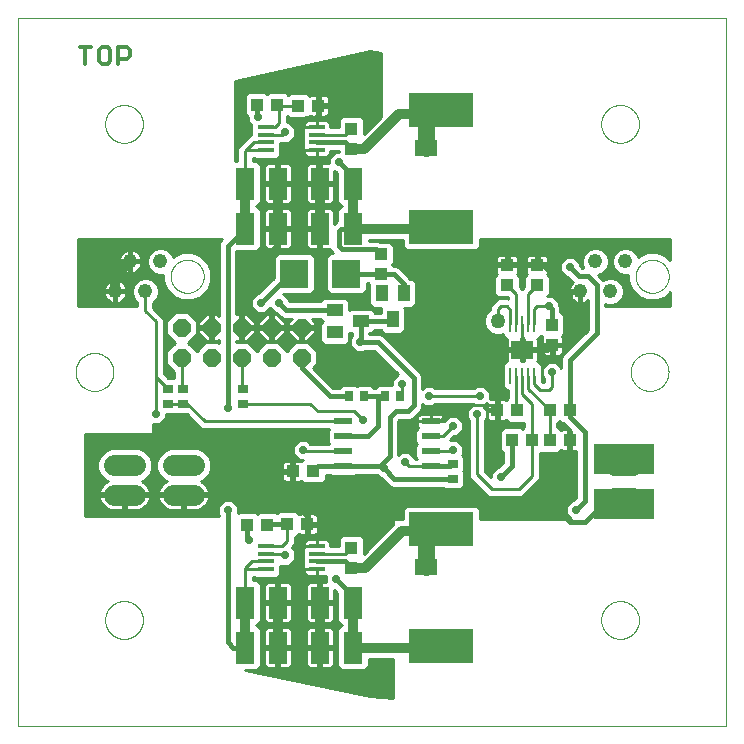
<source format=gtl>
G75*
%MOIN*%
%OFA0B0*%
%FSLAX25Y25*%
%IPPOS*%
%LPD*%
%AMOC8*
5,1,8,0,0,1.08239X$1,22.5*
%
%ADD10C,0.00000*%
%ADD11C,0.01400*%
%ADD12R,0.03937X0.04331*%
%ADD13R,0.06299X0.10630*%
%ADD14R,0.04331X0.03937*%
%ADD15R,0.09449X0.09449*%
%ADD16R,0.05512X0.03937*%
%ADD17R,0.03937X0.05512*%
%ADD18R,0.05433X0.01772*%
%ADD19C,0.06000*%
%ADD20R,0.07480X0.05512*%
%ADD21R,0.21260X0.11417*%
%ADD22C,0.05000*%
%ADD23R,0.01100X0.05600*%
%ADD24R,0.07400X0.06200*%
%ADD25R,0.06100X0.02100*%
%ADD26R,0.03543X0.02756*%
%ADD27R,0.02756X0.03543*%
%ADD28OC8,0.06000*%
%ADD29C,0.07087*%
%ADD30C,0.04800*%
%ADD31R,0.20000X0.10000*%
%ADD32C,0.01000*%
%ADD33C,0.01600*%
%ADD34C,0.03200*%
%ADD35C,0.05600*%
%ADD36OC8,0.02775*%
%ADD37OC8,0.02400*%
%ADD38OC8,0.03562*%
D10*
X0001000Y0001000D02*
X0001000Y0237220D01*
X0237220Y0237220D01*
X0237220Y0001000D01*
X0001000Y0001000D01*
X0030134Y0036433D02*
X0030136Y0036591D01*
X0030142Y0036749D01*
X0030152Y0036907D01*
X0030166Y0037065D01*
X0030184Y0037222D01*
X0030205Y0037379D01*
X0030231Y0037535D01*
X0030261Y0037691D01*
X0030294Y0037846D01*
X0030332Y0037999D01*
X0030373Y0038152D01*
X0030418Y0038304D01*
X0030467Y0038455D01*
X0030520Y0038604D01*
X0030576Y0038752D01*
X0030636Y0038898D01*
X0030700Y0039043D01*
X0030768Y0039186D01*
X0030839Y0039328D01*
X0030913Y0039468D01*
X0030991Y0039605D01*
X0031073Y0039741D01*
X0031157Y0039875D01*
X0031246Y0040006D01*
X0031337Y0040135D01*
X0031432Y0040262D01*
X0031529Y0040387D01*
X0031630Y0040509D01*
X0031734Y0040628D01*
X0031841Y0040745D01*
X0031951Y0040859D01*
X0032064Y0040970D01*
X0032179Y0041079D01*
X0032297Y0041184D01*
X0032418Y0041286D01*
X0032541Y0041386D01*
X0032667Y0041482D01*
X0032795Y0041575D01*
X0032925Y0041665D01*
X0033058Y0041751D01*
X0033193Y0041835D01*
X0033329Y0041914D01*
X0033468Y0041991D01*
X0033609Y0042063D01*
X0033751Y0042133D01*
X0033895Y0042198D01*
X0034041Y0042260D01*
X0034188Y0042318D01*
X0034337Y0042373D01*
X0034487Y0042424D01*
X0034638Y0042471D01*
X0034790Y0042514D01*
X0034943Y0042553D01*
X0035098Y0042589D01*
X0035253Y0042620D01*
X0035409Y0042648D01*
X0035565Y0042672D01*
X0035722Y0042692D01*
X0035880Y0042708D01*
X0036037Y0042720D01*
X0036196Y0042728D01*
X0036354Y0042732D01*
X0036512Y0042732D01*
X0036670Y0042728D01*
X0036829Y0042720D01*
X0036986Y0042708D01*
X0037144Y0042692D01*
X0037301Y0042672D01*
X0037457Y0042648D01*
X0037613Y0042620D01*
X0037768Y0042589D01*
X0037923Y0042553D01*
X0038076Y0042514D01*
X0038228Y0042471D01*
X0038379Y0042424D01*
X0038529Y0042373D01*
X0038678Y0042318D01*
X0038825Y0042260D01*
X0038971Y0042198D01*
X0039115Y0042133D01*
X0039257Y0042063D01*
X0039398Y0041991D01*
X0039537Y0041914D01*
X0039673Y0041835D01*
X0039808Y0041751D01*
X0039941Y0041665D01*
X0040071Y0041575D01*
X0040199Y0041482D01*
X0040325Y0041386D01*
X0040448Y0041286D01*
X0040569Y0041184D01*
X0040687Y0041079D01*
X0040802Y0040970D01*
X0040915Y0040859D01*
X0041025Y0040745D01*
X0041132Y0040628D01*
X0041236Y0040509D01*
X0041337Y0040387D01*
X0041434Y0040262D01*
X0041529Y0040135D01*
X0041620Y0040006D01*
X0041709Y0039875D01*
X0041793Y0039741D01*
X0041875Y0039605D01*
X0041953Y0039468D01*
X0042027Y0039328D01*
X0042098Y0039186D01*
X0042166Y0039043D01*
X0042230Y0038898D01*
X0042290Y0038752D01*
X0042346Y0038604D01*
X0042399Y0038455D01*
X0042448Y0038304D01*
X0042493Y0038152D01*
X0042534Y0037999D01*
X0042572Y0037846D01*
X0042605Y0037691D01*
X0042635Y0037535D01*
X0042661Y0037379D01*
X0042682Y0037222D01*
X0042700Y0037065D01*
X0042714Y0036907D01*
X0042724Y0036749D01*
X0042730Y0036591D01*
X0042732Y0036433D01*
X0042730Y0036275D01*
X0042724Y0036117D01*
X0042714Y0035959D01*
X0042700Y0035801D01*
X0042682Y0035644D01*
X0042661Y0035487D01*
X0042635Y0035331D01*
X0042605Y0035175D01*
X0042572Y0035020D01*
X0042534Y0034867D01*
X0042493Y0034714D01*
X0042448Y0034562D01*
X0042399Y0034411D01*
X0042346Y0034262D01*
X0042290Y0034114D01*
X0042230Y0033968D01*
X0042166Y0033823D01*
X0042098Y0033680D01*
X0042027Y0033538D01*
X0041953Y0033398D01*
X0041875Y0033261D01*
X0041793Y0033125D01*
X0041709Y0032991D01*
X0041620Y0032860D01*
X0041529Y0032731D01*
X0041434Y0032604D01*
X0041337Y0032479D01*
X0041236Y0032357D01*
X0041132Y0032238D01*
X0041025Y0032121D01*
X0040915Y0032007D01*
X0040802Y0031896D01*
X0040687Y0031787D01*
X0040569Y0031682D01*
X0040448Y0031580D01*
X0040325Y0031480D01*
X0040199Y0031384D01*
X0040071Y0031291D01*
X0039941Y0031201D01*
X0039808Y0031115D01*
X0039673Y0031031D01*
X0039537Y0030952D01*
X0039398Y0030875D01*
X0039257Y0030803D01*
X0039115Y0030733D01*
X0038971Y0030668D01*
X0038825Y0030606D01*
X0038678Y0030548D01*
X0038529Y0030493D01*
X0038379Y0030442D01*
X0038228Y0030395D01*
X0038076Y0030352D01*
X0037923Y0030313D01*
X0037768Y0030277D01*
X0037613Y0030246D01*
X0037457Y0030218D01*
X0037301Y0030194D01*
X0037144Y0030174D01*
X0036986Y0030158D01*
X0036829Y0030146D01*
X0036670Y0030138D01*
X0036512Y0030134D01*
X0036354Y0030134D01*
X0036196Y0030138D01*
X0036037Y0030146D01*
X0035880Y0030158D01*
X0035722Y0030174D01*
X0035565Y0030194D01*
X0035409Y0030218D01*
X0035253Y0030246D01*
X0035098Y0030277D01*
X0034943Y0030313D01*
X0034790Y0030352D01*
X0034638Y0030395D01*
X0034487Y0030442D01*
X0034337Y0030493D01*
X0034188Y0030548D01*
X0034041Y0030606D01*
X0033895Y0030668D01*
X0033751Y0030733D01*
X0033609Y0030803D01*
X0033468Y0030875D01*
X0033329Y0030952D01*
X0033193Y0031031D01*
X0033058Y0031115D01*
X0032925Y0031201D01*
X0032795Y0031291D01*
X0032667Y0031384D01*
X0032541Y0031480D01*
X0032418Y0031580D01*
X0032297Y0031682D01*
X0032179Y0031787D01*
X0032064Y0031896D01*
X0031951Y0032007D01*
X0031841Y0032121D01*
X0031734Y0032238D01*
X0031630Y0032357D01*
X0031529Y0032479D01*
X0031432Y0032604D01*
X0031337Y0032731D01*
X0031246Y0032860D01*
X0031157Y0032991D01*
X0031073Y0033125D01*
X0030991Y0033261D01*
X0030913Y0033398D01*
X0030839Y0033538D01*
X0030768Y0033680D01*
X0030700Y0033823D01*
X0030636Y0033968D01*
X0030576Y0034114D01*
X0030520Y0034262D01*
X0030467Y0034411D01*
X0030418Y0034562D01*
X0030373Y0034714D01*
X0030332Y0034867D01*
X0030294Y0035020D01*
X0030261Y0035175D01*
X0030231Y0035331D01*
X0030205Y0035487D01*
X0030184Y0035644D01*
X0030166Y0035801D01*
X0030152Y0035959D01*
X0030142Y0036117D01*
X0030136Y0036275D01*
X0030134Y0036433D01*
X0020292Y0119110D02*
X0020294Y0119268D01*
X0020300Y0119426D01*
X0020310Y0119584D01*
X0020324Y0119742D01*
X0020342Y0119899D01*
X0020363Y0120056D01*
X0020389Y0120212D01*
X0020419Y0120368D01*
X0020452Y0120523D01*
X0020490Y0120676D01*
X0020531Y0120829D01*
X0020576Y0120981D01*
X0020625Y0121132D01*
X0020678Y0121281D01*
X0020734Y0121429D01*
X0020794Y0121575D01*
X0020858Y0121720D01*
X0020926Y0121863D01*
X0020997Y0122005D01*
X0021071Y0122145D01*
X0021149Y0122282D01*
X0021231Y0122418D01*
X0021315Y0122552D01*
X0021404Y0122683D01*
X0021495Y0122812D01*
X0021590Y0122939D01*
X0021687Y0123064D01*
X0021788Y0123186D01*
X0021892Y0123305D01*
X0021999Y0123422D01*
X0022109Y0123536D01*
X0022222Y0123647D01*
X0022337Y0123756D01*
X0022455Y0123861D01*
X0022576Y0123963D01*
X0022699Y0124063D01*
X0022825Y0124159D01*
X0022953Y0124252D01*
X0023083Y0124342D01*
X0023216Y0124428D01*
X0023351Y0124512D01*
X0023487Y0124591D01*
X0023626Y0124668D01*
X0023767Y0124740D01*
X0023909Y0124810D01*
X0024053Y0124875D01*
X0024199Y0124937D01*
X0024346Y0124995D01*
X0024495Y0125050D01*
X0024645Y0125101D01*
X0024796Y0125148D01*
X0024948Y0125191D01*
X0025101Y0125230D01*
X0025256Y0125266D01*
X0025411Y0125297D01*
X0025567Y0125325D01*
X0025723Y0125349D01*
X0025880Y0125369D01*
X0026038Y0125385D01*
X0026195Y0125397D01*
X0026354Y0125405D01*
X0026512Y0125409D01*
X0026670Y0125409D01*
X0026828Y0125405D01*
X0026987Y0125397D01*
X0027144Y0125385D01*
X0027302Y0125369D01*
X0027459Y0125349D01*
X0027615Y0125325D01*
X0027771Y0125297D01*
X0027926Y0125266D01*
X0028081Y0125230D01*
X0028234Y0125191D01*
X0028386Y0125148D01*
X0028537Y0125101D01*
X0028687Y0125050D01*
X0028836Y0124995D01*
X0028983Y0124937D01*
X0029129Y0124875D01*
X0029273Y0124810D01*
X0029415Y0124740D01*
X0029556Y0124668D01*
X0029695Y0124591D01*
X0029831Y0124512D01*
X0029966Y0124428D01*
X0030099Y0124342D01*
X0030229Y0124252D01*
X0030357Y0124159D01*
X0030483Y0124063D01*
X0030606Y0123963D01*
X0030727Y0123861D01*
X0030845Y0123756D01*
X0030960Y0123647D01*
X0031073Y0123536D01*
X0031183Y0123422D01*
X0031290Y0123305D01*
X0031394Y0123186D01*
X0031495Y0123064D01*
X0031592Y0122939D01*
X0031687Y0122812D01*
X0031778Y0122683D01*
X0031867Y0122552D01*
X0031951Y0122418D01*
X0032033Y0122282D01*
X0032111Y0122145D01*
X0032185Y0122005D01*
X0032256Y0121863D01*
X0032324Y0121720D01*
X0032388Y0121575D01*
X0032448Y0121429D01*
X0032504Y0121281D01*
X0032557Y0121132D01*
X0032606Y0120981D01*
X0032651Y0120829D01*
X0032692Y0120676D01*
X0032730Y0120523D01*
X0032763Y0120368D01*
X0032793Y0120212D01*
X0032819Y0120056D01*
X0032840Y0119899D01*
X0032858Y0119742D01*
X0032872Y0119584D01*
X0032882Y0119426D01*
X0032888Y0119268D01*
X0032890Y0119110D01*
X0032888Y0118952D01*
X0032882Y0118794D01*
X0032872Y0118636D01*
X0032858Y0118478D01*
X0032840Y0118321D01*
X0032819Y0118164D01*
X0032793Y0118008D01*
X0032763Y0117852D01*
X0032730Y0117697D01*
X0032692Y0117544D01*
X0032651Y0117391D01*
X0032606Y0117239D01*
X0032557Y0117088D01*
X0032504Y0116939D01*
X0032448Y0116791D01*
X0032388Y0116645D01*
X0032324Y0116500D01*
X0032256Y0116357D01*
X0032185Y0116215D01*
X0032111Y0116075D01*
X0032033Y0115938D01*
X0031951Y0115802D01*
X0031867Y0115668D01*
X0031778Y0115537D01*
X0031687Y0115408D01*
X0031592Y0115281D01*
X0031495Y0115156D01*
X0031394Y0115034D01*
X0031290Y0114915D01*
X0031183Y0114798D01*
X0031073Y0114684D01*
X0030960Y0114573D01*
X0030845Y0114464D01*
X0030727Y0114359D01*
X0030606Y0114257D01*
X0030483Y0114157D01*
X0030357Y0114061D01*
X0030229Y0113968D01*
X0030099Y0113878D01*
X0029966Y0113792D01*
X0029831Y0113708D01*
X0029695Y0113629D01*
X0029556Y0113552D01*
X0029415Y0113480D01*
X0029273Y0113410D01*
X0029129Y0113345D01*
X0028983Y0113283D01*
X0028836Y0113225D01*
X0028687Y0113170D01*
X0028537Y0113119D01*
X0028386Y0113072D01*
X0028234Y0113029D01*
X0028081Y0112990D01*
X0027926Y0112954D01*
X0027771Y0112923D01*
X0027615Y0112895D01*
X0027459Y0112871D01*
X0027302Y0112851D01*
X0027144Y0112835D01*
X0026987Y0112823D01*
X0026828Y0112815D01*
X0026670Y0112811D01*
X0026512Y0112811D01*
X0026354Y0112815D01*
X0026195Y0112823D01*
X0026038Y0112835D01*
X0025880Y0112851D01*
X0025723Y0112871D01*
X0025567Y0112895D01*
X0025411Y0112923D01*
X0025256Y0112954D01*
X0025101Y0112990D01*
X0024948Y0113029D01*
X0024796Y0113072D01*
X0024645Y0113119D01*
X0024495Y0113170D01*
X0024346Y0113225D01*
X0024199Y0113283D01*
X0024053Y0113345D01*
X0023909Y0113410D01*
X0023767Y0113480D01*
X0023626Y0113552D01*
X0023487Y0113629D01*
X0023351Y0113708D01*
X0023216Y0113792D01*
X0023083Y0113878D01*
X0022953Y0113968D01*
X0022825Y0114061D01*
X0022699Y0114157D01*
X0022576Y0114257D01*
X0022455Y0114359D01*
X0022337Y0114464D01*
X0022222Y0114573D01*
X0022109Y0114684D01*
X0021999Y0114798D01*
X0021892Y0114915D01*
X0021788Y0115034D01*
X0021687Y0115156D01*
X0021590Y0115281D01*
X0021495Y0115408D01*
X0021404Y0115537D01*
X0021315Y0115668D01*
X0021231Y0115802D01*
X0021149Y0115938D01*
X0021071Y0116075D01*
X0020997Y0116215D01*
X0020926Y0116357D01*
X0020858Y0116500D01*
X0020794Y0116645D01*
X0020734Y0116791D01*
X0020678Y0116939D01*
X0020625Y0117088D01*
X0020576Y0117239D01*
X0020531Y0117391D01*
X0020490Y0117544D01*
X0020452Y0117697D01*
X0020419Y0117852D01*
X0020389Y0118008D01*
X0020363Y0118164D01*
X0020342Y0118321D01*
X0020324Y0118478D01*
X0020310Y0118636D01*
X0020300Y0118794D01*
X0020294Y0118952D01*
X0020292Y0119110D01*
X0051988Y0151000D02*
X0051990Y0151148D01*
X0051996Y0151296D01*
X0052006Y0151444D01*
X0052020Y0151591D01*
X0052038Y0151738D01*
X0052059Y0151884D01*
X0052085Y0152030D01*
X0052115Y0152175D01*
X0052148Y0152319D01*
X0052186Y0152462D01*
X0052227Y0152604D01*
X0052272Y0152745D01*
X0052320Y0152885D01*
X0052373Y0153024D01*
X0052429Y0153161D01*
X0052489Y0153296D01*
X0052552Y0153430D01*
X0052619Y0153562D01*
X0052690Y0153692D01*
X0052764Y0153820D01*
X0052841Y0153946D01*
X0052922Y0154070D01*
X0053006Y0154192D01*
X0053093Y0154311D01*
X0053184Y0154428D01*
X0053278Y0154543D01*
X0053374Y0154655D01*
X0053474Y0154765D01*
X0053576Y0154871D01*
X0053682Y0154975D01*
X0053790Y0155076D01*
X0053901Y0155174D01*
X0054014Y0155270D01*
X0054130Y0155362D01*
X0054248Y0155451D01*
X0054369Y0155536D01*
X0054492Y0155619D01*
X0054617Y0155698D01*
X0054744Y0155774D01*
X0054873Y0155846D01*
X0055004Y0155915D01*
X0055137Y0155980D01*
X0055272Y0156041D01*
X0055408Y0156099D01*
X0055545Y0156154D01*
X0055684Y0156204D01*
X0055825Y0156251D01*
X0055966Y0156294D01*
X0056109Y0156334D01*
X0056253Y0156369D01*
X0056397Y0156401D01*
X0056543Y0156428D01*
X0056689Y0156452D01*
X0056836Y0156472D01*
X0056983Y0156488D01*
X0057130Y0156500D01*
X0057278Y0156508D01*
X0057426Y0156512D01*
X0057574Y0156512D01*
X0057722Y0156508D01*
X0057870Y0156500D01*
X0058017Y0156488D01*
X0058164Y0156472D01*
X0058311Y0156452D01*
X0058457Y0156428D01*
X0058603Y0156401D01*
X0058747Y0156369D01*
X0058891Y0156334D01*
X0059034Y0156294D01*
X0059175Y0156251D01*
X0059316Y0156204D01*
X0059455Y0156154D01*
X0059592Y0156099D01*
X0059728Y0156041D01*
X0059863Y0155980D01*
X0059996Y0155915D01*
X0060127Y0155846D01*
X0060256Y0155774D01*
X0060383Y0155698D01*
X0060508Y0155619D01*
X0060631Y0155536D01*
X0060752Y0155451D01*
X0060870Y0155362D01*
X0060986Y0155270D01*
X0061099Y0155174D01*
X0061210Y0155076D01*
X0061318Y0154975D01*
X0061424Y0154871D01*
X0061526Y0154765D01*
X0061626Y0154655D01*
X0061722Y0154543D01*
X0061816Y0154428D01*
X0061907Y0154311D01*
X0061994Y0154192D01*
X0062078Y0154070D01*
X0062159Y0153946D01*
X0062236Y0153820D01*
X0062310Y0153692D01*
X0062381Y0153562D01*
X0062448Y0153430D01*
X0062511Y0153296D01*
X0062571Y0153161D01*
X0062627Y0153024D01*
X0062680Y0152885D01*
X0062728Y0152745D01*
X0062773Y0152604D01*
X0062814Y0152462D01*
X0062852Y0152319D01*
X0062885Y0152175D01*
X0062915Y0152030D01*
X0062941Y0151884D01*
X0062962Y0151738D01*
X0062980Y0151591D01*
X0062994Y0151444D01*
X0063004Y0151296D01*
X0063010Y0151148D01*
X0063012Y0151000D01*
X0063010Y0150852D01*
X0063004Y0150704D01*
X0062994Y0150556D01*
X0062980Y0150409D01*
X0062962Y0150262D01*
X0062941Y0150116D01*
X0062915Y0149970D01*
X0062885Y0149825D01*
X0062852Y0149681D01*
X0062814Y0149538D01*
X0062773Y0149396D01*
X0062728Y0149255D01*
X0062680Y0149115D01*
X0062627Y0148976D01*
X0062571Y0148839D01*
X0062511Y0148704D01*
X0062448Y0148570D01*
X0062381Y0148438D01*
X0062310Y0148308D01*
X0062236Y0148180D01*
X0062159Y0148054D01*
X0062078Y0147930D01*
X0061994Y0147808D01*
X0061907Y0147689D01*
X0061816Y0147572D01*
X0061722Y0147457D01*
X0061626Y0147345D01*
X0061526Y0147235D01*
X0061424Y0147129D01*
X0061318Y0147025D01*
X0061210Y0146924D01*
X0061099Y0146826D01*
X0060986Y0146730D01*
X0060870Y0146638D01*
X0060752Y0146549D01*
X0060631Y0146464D01*
X0060508Y0146381D01*
X0060383Y0146302D01*
X0060256Y0146226D01*
X0060127Y0146154D01*
X0059996Y0146085D01*
X0059863Y0146020D01*
X0059728Y0145959D01*
X0059592Y0145901D01*
X0059455Y0145846D01*
X0059316Y0145796D01*
X0059175Y0145749D01*
X0059034Y0145706D01*
X0058891Y0145666D01*
X0058747Y0145631D01*
X0058603Y0145599D01*
X0058457Y0145572D01*
X0058311Y0145548D01*
X0058164Y0145528D01*
X0058017Y0145512D01*
X0057870Y0145500D01*
X0057722Y0145492D01*
X0057574Y0145488D01*
X0057426Y0145488D01*
X0057278Y0145492D01*
X0057130Y0145500D01*
X0056983Y0145512D01*
X0056836Y0145528D01*
X0056689Y0145548D01*
X0056543Y0145572D01*
X0056397Y0145599D01*
X0056253Y0145631D01*
X0056109Y0145666D01*
X0055966Y0145706D01*
X0055825Y0145749D01*
X0055684Y0145796D01*
X0055545Y0145846D01*
X0055408Y0145901D01*
X0055272Y0145959D01*
X0055137Y0146020D01*
X0055004Y0146085D01*
X0054873Y0146154D01*
X0054744Y0146226D01*
X0054617Y0146302D01*
X0054492Y0146381D01*
X0054369Y0146464D01*
X0054248Y0146549D01*
X0054130Y0146638D01*
X0054014Y0146730D01*
X0053901Y0146826D01*
X0053790Y0146924D01*
X0053682Y0147025D01*
X0053576Y0147129D01*
X0053474Y0147235D01*
X0053374Y0147345D01*
X0053278Y0147457D01*
X0053184Y0147572D01*
X0053093Y0147689D01*
X0053006Y0147808D01*
X0052922Y0147930D01*
X0052841Y0148054D01*
X0052764Y0148180D01*
X0052690Y0148308D01*
X0052619Y0148438D01*
X0052552Y0148570D01*
X0052489Y0148704D01*
X0052429Y0148839D01*
X0052373Y0148976D01*
X0052320Y0149115D01*
X0052272Y0149255D01*
X0052227Y0149396D01*
X0052186Y0149538D01*
X0052148Y0149681D01*
X0052115Y0149825D01*
X0052085Y0149970D01*
X0052059Y0150116D01*
X0052038Y0150262D01*
X0052020Y0150409D01*
X0052006Y0150556D01*
X0051996Y0150704D01*
X0051990Y0150852D01*
X0051988Y0151000D01*
X0030134Y0201787D02*
X0030136Y0201945D01*
X0030142Y0202103D01*
X0030152Y0202261D01*
X0030166Y0202419D01*
X0030184Y0202576D01*
X0030205Y0202733D01*
X0030231Y0202889D01*
X0030261Y0203045D01*
X0030294Y0203200D01*
X0030332Y0203353D01*
X0030373Y0203506D01*
X0030418Y0203658D01*
X0030467Y0203809D01*
X0030520Y0203958D01*
X0030576Y0204106D01*
X0030636Y0204252D01*
X0030700Y0204397D01*
X0030768Y0204540D01*
X0030839Y0204682D01*
X0030913Y0204822D01*
X0030991Y0204959D01*
X0031073Y0205095D01*
X0031157Y0205229D01*
X0031246Y0205360D01*
X0031337Y0205489D01*
X0031432Y0205616D01*
X0031529Y0205741D01*
X0031630Y0205863D01*
X0031734Y0205982D01*
X0031841Y0206099D01*
X0031951Y0206213D01*
X0032064Y0206324D01*
X0032179Y0206433D01*
X0032297Y0206538D01*
X0032418Y0206640D01*
X0032541Y0206740D01*
X0032667Y0206836D01*
X0032795Y0206929D01*
X0032925Y0207019D01*
X0033058Y0207105D01*
X0033193Y0207189D01*
X0033329Y0207268D01*
X0033468Y0207345D01*
X0033609Y0207417D01*
X0033751Y0207487D01*
X0033895Y0207552D01*
X0034041Y0207614D01*
X0034188Y0207672D01*
X0034337Y0207727D01*
X0034487Y0207778D01*
X0034638Y0207825D01*
X0034790Y0207868D01*
X0034943Y0207907D01*
X0035098Y0207943D01*
X0035253Y0207974D01*
X0035409Y0208002D01*
X0035565Y0208026D01*
X0035722Y0208046D01*
X0035880Y0208062D01*
X0036037Y0208074D01*
X0036196Y0208082D01*
X0036354Y0208086D01*
X0036512Y0208086D01*
X0036670Y0208082D01*
X0036829Y0208074D01*
X0036986Y0208062D01*
X0037144Y0208046D01*
X0037301Y0208026D01*
X0037457Y0208002D01*
X0037613Y0207974D01*
X0037768Y0207943D01*
X0037923Y0207907D01*
X0038076Y0207868D01*
X0038228Y0207825D01*
X0038379Y0207778D01*
X0038529Y0207727D01*
X0038678Y0207672D01*
X0038825Y0207614D01*
X0038971Y0207552D01*
X0039115Y0207487D01*
X0039257Y0207417D01*
X0039398Y0207345D01*
X0039537Y0207268D01*
X0039673Y0207189D01*
X0039808Y0207105D01*
X0039941Y0207019D01*
X0040071Y0206929D01*
X0040199Y0206836D01*
X0040325Y0206740D01*
X0040448Y0206640D01*
X0040569Y0206538D01*
X0040687Y0206433D01*
X0040802Y0206324D01*
X0040915Y0206213D01*
X0041025Y0206099D01*
X0041132Y0205982D01*
X0041236Y0205863D01*
X0041337Y0205741D01*
X0041434Y0205616D01*
X0041529Y0205489D01*
X0041620Y0205360D01*
X0041709Y0205229D01*
X0041793Y0205095D01*
X0041875Y0204959D01*
X0041953Y0204822D01*
X0042027Y0204682D01*
X0042098Y0204540D01*
X0042166Y0204397D01*
X0042230Y0204252D01*
X0042290Y0204106D01*
X0042346Y0203958D01*
X0042399Y0203809D01*
X0042448Y0203658D01*
X0042493Y0203506D01*
X0042534Y0203353D01*
X0042572Y0203200D01*
X0042605Y0203045D01*
X0042635Y0202889D01*
X0042661Y0202733D01*
X0042682Y0202576D01*
X0042700Y0202419D01*
X0042714Y0202261D01*
X0042724Y0202103D01*
X0042730Y0201945D01*
X0042732Y0201787D01*
X0042730Y0201629D01*
X0042724Y0201471D01*
X0042714Y0201313D01*
X0042700Y0201155D01*
X0042682Y0200998D01*
X0042661Y0200841D01*
X0042635Y0200685D01*
X0042605Y0200529D01*
X0042572Y0200374D01*
X0042534Y0200221D01*
X0042493Y0200068D01*
X0042448Y0199916D01*
X0042399Y0199765D01*
X0042346Y0199616D01*
X0042290Y0199468D01*
X0042230Y0199322D01*
X0042166Y0199177D01*
X0042098Y0199034D01*
X0042027Y0198892D01*
X0041953Y0198752D01*
X0041875Y0198615D01*
X0041793Y0198479D01*
X0041709Y0198345D01*
X0041620Y0198214D01*
X0041529Y0198085D01*
X0041434Y0197958D01*
X0041337Y0197833D01*
X0041236Y0197711D01*
X0041132Y0197592D01*
X0041025Y0197475D01*
X0040915Y0197361D01*
X0040802Y0197250D01*
X0040687Y0197141D01*
X0040569Y0197036D01*
X0040448Y0196934D01*
X0040325Y0196834D01*
X0040199Y0196738D01*
X0040071Y0196645D01*
X0039941Y0196555D01*
X0039808Y0196469D01*
X0039673Y0196385D01*
X0039537Y0196306D01*
X0039398Y0196229D01*
X0039257Y0196157D01*
X0039115Y0196087D01*
X0038971Y0196022D01*
X0038825Y0195960D01*
X0038678Y0195902D01*
X0038529Y0195847D01*
X0038379Y0195796D01*
X0038228Y0195749D01*
X0038076Y0195706D01*
X0037923Y0195667D01*
X0037768Y0195631D01*
X0037613Y0195600D01*
X0037457Y0195572D01*
X0037301Y0195548D01*
X0037144Y0195528D01*
X0036986Y0195512D01*
X0036829Y0195500D01*
X0036670Y0195492D01*
X0036512Y0195488D01*
X0036354Y0195488D01*
X0036196Y0195492D01*
X0036037Y0195500D01*
X0035880Y0195512D01*
X0035722Y0195528D01*
X0035565Y0195548D01*
X0035409Y0195572D01*
X0035253Y0195600D01*
X0035098Y0195631D01*
X0034943Y0195667D01*
X0034790Y0195706D01*
X0034638Y0195749D01*
X0034487Y0195796D01*
X0034337Y0195847D01*
X0034188Y0195902D01*
X0034041Y0195960D01*
X0033895Y0196022D01*
X0033751Y0196087D01*
X0033609Y0196157D01*
X0033468Y0196229D01*
X0033329Y0196306D01*
X0033193Y0196385D01*
X0033058Y0196469D01*
X0032925Y0196555D01*
X0032795Y0196645D01*
X0032667Y0196738D01*
X0032541Y0196834D01*
X0032418Y0196934D01*
X0032297Y0197036D01*
X0032179Y0197141D01*
X0032064Y0197250D01*
X0031951Y0197361D01*
X0031841Y0197475D01*
X0031734Y0197592D01*
X0031630Y0197711D01*
X0031529Y0197833D01*
X0031432Y0197958D01*
X0031337Y0198085D01*
X0031246Y0198214D01*
X0031157Y0198345D01*
X0031073Y0198479D01*
X0030991Y0198615D01*
X0030913Y0198752D01*
X0030839Y0198892D01*
X0030768Y0199034D01*
X0030700Y0199177D01*
X0030636Y0199322D01*
X0030576Y0199468D01*
X0030520Y0199616D01*
X0030467Y0199765D01*
X0030418Y0199916D01*
X0030373Y0200068D01*
X0030332Y0200221D01*
X0030294Y0200374D01*
X0030261Y0200529D01*
X0030231Y0200685D01*
X0030205Y0200841D01*
X0030184Y0200998D01*
X0030166Y0201155D01*
X0030152Y0201313D01*
X0030142Y0201471D01*
X0030136Y0201629D01*
X0030134Y0201787D01*
X0195488Y0201787D02*
X0195490Y0201945D01*
X0195496Y0202103D01*
X0195506Y0202261D01*
X0195520Y0202419D01*
X0195538Y0202576D01*
X0195559Y0202733D01*
X0195585Y0202889D01*
X0195615Y0203045D01*
X0195648Y0203200D01*
X0195686Y0203353D01*
X0195727Y0203506D01*
X0195772Y0203658D01*
X0195821Y0203809D01*
X0195874Y0203958D01*
X0195930Y0204106D01*
X0195990Y0204252D01*
X0196054Y0204397D01*
X0196122Y0204540D01*
X0196193Y0204682D01*
X0196267Y0204822D01*
X0196345Y0204959D01*
X0196427Y0205095D01*
X0196511Y0205229D01*
X0196600Y0205360D01*
X0196691Y0205489D01*
X0196786Y0205616D01*
X0196883Y0205741D01*
X0196984Y0205863D01*
X0197088Y0205982D01*
X0197195Y0206099D01*
X0197305Y0206213D01*
X0197418Y0206324D01*
X0197533Y0206433D01*
X0197651Y0206538D01*
X0197772Y0206640D01*
X0197895Y0206740D01*
X0198021Y0206836D01*
X0198149Y0206929D01*
X0198279Y0207019D01*
X0198412Y0207105D01*
X0198547Y0207189D01*
X0198683Y0207268D01*
X0198822Y0207345D01*
X0198963Y0207417D01*
X0199105Y0207487D01*
X0199249Y0207552D01*
X0199395Y0207614D01*
X0199542Y0207672D01*
X0199691Y0207727D01*
X0199841Y0207778D01*
X0199992Y0207825D01*
X0200144Y0207868D01*
X0200297Y0207907D01*
X0200452Y0207943D01*
X0200607Y0207974D01*
X0200763Y0208002D01*
X0200919Y0208026D01*
X0201076Y0208046D01*
X0201234Y0208062D01*
X0201391Y0208074D01*
X0201550Y0208082D01*
X0201708Y0208086D01*
X0201866Y0208086D01*
X0202024Y0208082D01*
X0202183Y0208074D01*
X0202340Y0208062D01*
X0202498Y0208046D01*
X0202655Y0208026D01*
X0202811Y0208002D01*
X0202967Y0207974D01*
X0203122Y0207943D01*
X0203277Y0207907D01*
X0203430Y0207868D01*
X0203582Y0207825D01*
X0203733Y0207778D01*
X0203883Y0207727D01*
X0204032Y0207672D01*
X0204179Y0207614D01*
X0204325Y0207552D01*
X0204469Y0207487D01*
X0204611Y0207417D01*
X0204752Y0207345D01*
X0204891Y0207268D01*
X0205027Y0207189D01*
X0205162Y0207105D01*
X0205295Y0207019D01*
X0205425Y0206929D01*
X0205553Y0206836D01*
X0205679Y0206740D01*
X0205802Y0206640D01*
X0205923Y0206538D01*
X0206041Y0206433D01*
X0206156Y0206324D01*
X0206269Y0206213D01*
X0206379Y0206099D01*
X0206486Y0205982D01*
X0206590Y0205863D01*
X0206691Y0205741D01*
X0206788Y0205616D01*
X0206883Y0205489D01*
X0206974Y0205360D01*
X0207063Y0205229D01*
X0207147Y0205095D01*
X0207229Y0204959D01*
X0207307Y0204822D01*
X0207381Y0204682D01*
X0207452Y0204540D01*
X0207520Y0204397D01*
X0207584Y0204252D01*
X0207644Y0204106D01*
X0207700Y0203958D01*
X0207753Y0203809D01*
X0207802Y0203658D01*
X0207847Y0203506D01*
X0207888Y0203353D01*
X0207926Y0203200D01*
X0207959Y0203045D01*
X0207989Y0202889D01*
X0208015Y0202733D01*
X0208036Y0202576D01*
X0208054Y0202419D01*
X0208068Y0202261D01*
X0208078Y0202103D01*
X0208084Y0201945D01*
X0208086Y0201787D01*
X0208084Y0201629D01*
X0208078Y0201471D01*
X0208068Y0201313D01*
X0208054Y0201155D01*
X0208036Y0200998D01*
X0208015Y0200841D01*
X0207989Y0200685D01*
X0207959Y0200529D01*
X0207926Y0200374D01*
X0207888Y0200221D01*
X0207847Y0200068D01*
X0207802Y0199916D01*
X0207753Y0199765D01*
X0207700Y0199616D01*
X0207644Y0199468D01*
X0207584Y0199322D01*
X0207520Y0199177D01*
X0207452Y0199034D01*
X0207381Y0198892D01*
X0207307Y0198752D01*
X0207229Y0198615D01*
X0207147Y0198479D01*
X0207063Y0198345D01*
X0206974Y0198214D01*
X0206883Y0198085D01*
X0206788Y0197958D01*
X0206691Y0197833D01*
X0206590Y0197711D01*
X0206486Y0197592D01*
X0206379Y0197475D01*
X0206269Y0197361D01*
X0206156Y0197250D01*
X0206041Y0197141D01*
X0205923Y0197036D01*
X0205802Y0196934D01*
X0205679Y0196834D01*
X0205553Y0196738D01*
X0205425Y0196645D01*
X0205295Y0196555D01*
X0205162Y0196469D01*
X0205027Y0196385D01*
X0204891Y0196306D01*
X0204752Y0196229D01*
X0204611Y0196157D01*
X0204469Y0196087D01*
X0204325Y0196022D01*
X0204179Y0195960D01*
X0204032Y0195902D01*
X0203883Y0195847D01*
X0203733Y0195796D01*
X0203582Y0195749D01*
X0203430Y0195706D01*
X0203277Y0195667D01*
X0203122Y0195631D01*
X0202967Y0195600D01*
X0202811Y0195572D01*
X0202655Y0195548D01*
X0202498Y0195528D01*
X0202340Y0195512D01*
X0202183Y0195500D01*
X0202024Y0195492D01*
X0201866Y0195488D01*
X0201708Y0195488D01*
X0201550Y0195492D01*
X0201391Y0195500D01*
X0201234Y0195512D01*
X0201076Y0195528D01*
X0200919Y0195548D01*
X0200763Y0195572D01*
X0200607Y0195600D01*
X0200452Y0195631D01*
X0200297Y0195667D01*
X0200144Y0195706D01*
X0199992Y0195749D01*
X0199841Y0195796D01*
X0199691Y0195847D01*
X0199542Y0195902D01*
X0199395Y0195960D01*
X0199249Y0196022D01*
X0199105Y0196087D01*
X0198963Y0196157D01*
X0198822Y0196229D01*
X0198683Y0196306D01*
X0198547Y0196385D01*
X0198412Y0196469D01*
X0198279Y0196555D01*
X0198149Y0196645D01*
X0198021Y0196738D01*
X0197895Y0196834D01*
X0197772Y0196934D01*
X0197651Y0197036D01*
X0197533Y0197141D01*
X0197418Y0197250D01*
X0197305Y0197361D01*
X0197195Y0197475D01*
X0197088Y0197592D01*
X0196984Y0197711D01*
X0196883Y0197833D01*
X0196786Y0197958D01*
X0196691Y0198085D01*
X0196600Y0198214D01*
X0196511Y0198345D01*
X0196427Y0198479D01*
X0196345Y0198615D01*
X0196267Y0198752D01*
X0196193Y0198892D01*
X0196122Y0199034D01*
X0196054Y0199177D01*
X0195990Y0199322D01*
X0195930Y0199468D01*
X0195874Y0199616D01*
X0195821Y0199765D01*
X0195772Y0199916D01*
X0195727Y0200068D01*
X0195686Y0200221D01*
X0195648Y0200374D01*
X0195615Y0200529D01*
X0195585Y0200685D01*
X0195559Y0200841D01*
X0195538Y0200998D01*
X0195520Y0201155D01*
X0195506Y0201313D01*
X0195496Y0201471D01*
X0195490Y0201629D01*
X0195488Y0201787D01*
X0206988Y0151000D02*
X0206990Y0151148D01*
X0206996Y0151296D01*
X0207006Y0151444D01*
X0207020Y0151591D01*
X0207038Y0151738D01*
X0207059Y0151884D01*
X0207085Y0152030D01*
X0207115Y0152175D01*
X0207148Y0152319D01*
X0207186Y0152462D01*
X0207227Y0152604D01*
X0207272Y0152745D01*
X0207320Y0152885D01*
X0207373Y0153024D01*
X0207429Y0153161D01*
X0207489Y0153296D01*
X0207552Y0153430D01*
X0207619Y0153562D01*
X0207690Y0153692D01*
X0207764Y0153820D01*
X0207841Y0153946D01*
X0207922Y0154070D01*
X0208006Y0154192D01*
X0208093Y0154311D01*
X0208184Y0154428D01*
X0208278Y0154543D01*
X0208374Y0154655D01*
X0208474Y0154765D01*
X0208576Y0154871D01*
X0208682Y0154975D01*
X0208790Y0155076D01*
X0208901Y0155174D01*
X0209014Y0155270D01*
X0209130Y0155362D01*
X0209248Y0155451D01*
X0209369Y0155536D01*
X0209492Y0155619D01*
X0209617Y0155698D01*
X0209744Y0155774D01*
X0209873Y0155846D01*
X0210004Y0155915D01*
X0210137Y0155980D01*
X0210272Y0156041D01*
X0210408Y0156099D01*
X0210545Y0156154D01*
X0210684Y0156204D01*
X0210825Y0156251D01*
X0210966Y0156294D01*
X0211109Y0156334D01*
X0211253Y0156369D01*
X0211397Y0156401D01*
X0211543Y0156428D01*
X0211689Y0156452D01*
X0211836Y0156472D01*
X0211983Y0156488D01*
X0212130Y0156500D01*
X0212278Y0156508D01*
X0212426Y0156512D01*
X0212574Y0156512D01*
X0212722Y0156508D01*
X0212870Y0156500D01*
X0213017Y0156488D01*
X0213164Y0156472D01*
X0213311Y0156452D01*
X0213457Y0156428D01*
X0213603Y0156401D01*
X0213747Y0156369D01*
X0213891Y0156334D01*
X0214034Y0156294D01*
X0214175Y0156251D01*
X0214316Y0156204D01*
X0214455Y0156154D01*
X0214592Y0156099D01*
X0214728Y0156041D01*
X0214863Y0155980D01*
X0214996Y0155915D01*
X0215127Y0155846D01*
X0215256Y0155774D01*
X0215383Y0155698D01*
X0215508Y0155619D01*
X0215631Y0155536D01*
X0215752Y0155451D01*
X0215870Y0155362D01*
X0215986Y0155270D01*
X0216099Y0155174D01*
X0216210Y0155076D01*
X0216318Y0154975D01*
X0216424Y0154871D01*
X0216526Y0154765D01*
X0216626Y0154655D01*
X0216722Y0154543D01*
X0216816Y0154428D01*
X0216907Y0154311D01*
X0216994Y0154192D01*
X0217078Y0154070D01*
X0217159Y0153946D01*
X0217236Y0153820D01*
X0217310Y0153692D01*
X0217381Y0153562D01*
X0217448Y0153430D01*
X0217511Y0153296D01*
X0217571Y0153161D01*
X0217627Y0153024D01*
X0217680Y0152885D01*
X0217728Y0152745D01*
X0217773Y0152604D01*
X0217814Y0152462D01*
X0217852Y0152319D01*
X0217885Y0152175D01*
X0217915Y0152030D01*
X0217941Y0151884D01*
X0217962Y0151738D01*
X0217980Y0151591D01*
X0217994Y0151444D01*
X0218004Y0151296D01*
X0218010Y0151148D01*
X0218012Y0151000D01*
X0218010Y0150852D01*
X0218004Y0150704D01*
X0217994Y0150556D01*
X0217980Y0150409D01*
X0217962Y0150262D01*
X0217941Y0150116D01*
X0217915Y0149970D01*
X0217885Y0149825D01*
X0217852Y0149681D01*
X0217814Y0149538D01*
X0217773Y0149396D01*
X0217728Y0149255D01*
X0217680Y0149115D01*
X0217627Y0148976D01*
X0217571Y0148839D01*
X0217511Y0148704D01*
X0217448Y0148570D01*
X0217381Y0148438D01*
X0217310Y0148308D01*
X0217236Y0148180D01*
X0217159Y0148054D01*
X0217078Y0147930D01*
X0216994Y0147808D01*
X0216907Y0147689D01*
X0216816Y0147572D01*
X0216722Y0147457D01*
X0216626Y0147345D01*
X0216526Y0147235D01*
X0216424Y0147129D01*
X0216318Y0147025D01*
X0216210Y0146924D01*
X0216099Y0146826D01*
X0215986Y0146730D01*
X0215870Y0146638D01*
X0215752Y0146549D01*
X0215631Y0146464D01*
X0215508Y0146381D01*
X0215383Y0146302D01*
X0215256Y0146226D01*
X0215127Y0146154D01*
X0214996Y0146085D01*
X0214863Y0146020D01*
X0214728Y0145959D01*
X0214592Y0145901D01*
X0214455Y0145846D01*
X0214316Y0145796D01*
X0214175Y0145749D01*
X0214034Y0145706D01*
X0213891Y0145666D01*
X0213747Y0145631D01*
X0213603Y0145599D01*
X0213457Y0145572D01*
X0213311Y0145548D01*
X0213164Y0145528D01*
X0213017Y0145512D01*
X0212870Y0145500D01*
X0212722Y0145492D01*
X0212574Y0145488D01*
X0212426Y0145488D01*
X0212278Y0145492D01*
X0212130Y0145500D01*
X0211983Y0145512D01*
X0211836Y0145528D01*
X0211689Y0145548D01*
X0211543Y0145572D01*
X0211397Y0145599D01*
X0211253Y0145631D01*
X0211109Y0145666D01*
X0210966Y0145706D01*
X0210825Y0145749D01*
X0210684Y0145796D01*
X0210545Y0145846D01*
X0210408Y0145901D01*
X0210272Y0145959D01*
X0210137Y0146020D01*
X0210004Y0146085D01*
X0209873Y0146154D01*
X0209744Y0146226D01*
X0209617Y0146302D01*
X0209492Y0146381D01*
X0209369Y0146464D01*
X0209248Y0146549D01*
X0209130Y0146638D01*
X0209014Y0146730D01*
X0208901Y0146826D01*
X0208790Y0146924D01*
X0208682Y0147025D01*
X0208576Y0147129D01*
X0208474Y0147235D01*
X0208374Y0147345D01*
X0208278Y0147457D01*
X0208184Y0147572D01*
X0208093Y0147689D01*
X0208006Y0147808D01*
X0207922Y0147930D01*
X0207841Y0148054D01*
X0207764Y0148180D01*
X0207690Y0148308D01*
X0207619Y0148438D01*
X0207552Y0148570D01*
X0207489Y0148704D01*
X0207429Y0148839D01*
X0207373Y0148976D01*
X0207320Y0149115D01*
X0207272Y0149255D01*
X0207227Y0149396D01*
X0207186Y0149538D01*
X0207148Y0149681D01*
X0207115Y0149825D01*
X0207085Y0149970D01*
X0207059Y0150116D01*
X0207038Y0150262D01*
X0207020Y0150409D01*
X0207006Y0150556D01*
X0206996Y0150704D01*
X0206990Y0150852D01*
X0206988Y0151000D01*
X0205331Y0119110D02*
X0205333Y0119268D01*
X0205339Y0119426D01*
X0205349Y0119584D01*
X0205363Y0119742D01*
X0205381Y0119899D01*
X0205402Y0120056D01*
X0205428Y0120212D01*
X0205458Y0120368D01*
X0205491Y0120523D01*
X0205529Y0120676D01*
X0205570Y0120829D01*
X0205615Y0120981D01*
X0205664Y0121132D01*
X0205717Y0121281D01*
X0205773Y0121429D01*
X0205833Y0121575D01*
X0205897Y0121720D01*
X0205965Y0121863D01*
X0206036Y0122005D01*
X0206110Y0122145D01*
X0206188Y0122282D01*
X0206270Y0122418D01*
X0206354Y0122552D01*
X0206443Y0122683D01*
X0206534Y0122812D01*
X0206629Y0122939D01*
X0206726Y0123064D01*
X0206827Y0123186D01*
X0206931Y0123305D01*
X0207038Y0123422D01*
X0207148Y0123536D01*
X0207261Y0123647D01*
X0207376Y0123756D01*
X0207494Y0123861D01*
X0207615Y0123963D01*
X0207738Y0124063D01*
X0207864Y0124159D01*
X0207992Y0124252D01*
X0208122Y0124342D01*
X0208255Y0124428D01*
X0208390Y0124512D01*
X0208526Y0124591D01*
X0208665Y0124668D01*
X0208806Y0124740D01*
X0208948Y0124810D01*
X0209092Y0124875D01*
X0209238Y0124937D01*
X0209385Y0124995D01*
X0209534Y0125050D01*
X0209684Y0125101D01*
X0209835Y0125148D01*
X0209987Y0125191D01*
X0210140Y0125230D01*
X0210295Y0125266D01*
X0210450Y0125297D01*
X0210606Y0125325D01*
X0210762Y0125349D01*
X0210919Y0125369D01*
X0211077Y0125385D01*
X0211234Y0125397D01*
X0211393Y0125405D01*
X0211551Y0125409D01*
X0211709Y0125409D01*
X0211867Y0125405D01*
X0212026Y0125397D01*
X0212183Y0125385D01*
X0212341Y0125369D01*
X0212498Y0125349D01*
X0212654Y0125325D01*
X0212810Y0125297D01*
X0212965Y0125266D01*
X0213120Y0125230D01*
X0213273Y0125191D01*
X0213425Y0125148D01*
X0213576Y0125101D01*
X0213726Y0125050D01*
X0213875Y0124995D01*
X0214022Y0124937D01*
X0214168Y0124875D01*
X0214312Y0124810D01*
X0214454Y0124740D01*
X0214595Y0124668D01*
X0214734Y0124591D01*
X0214870Y0124512D01*
X0215005Y0124428D01*
X0215138Y0124342D01*
X0215268Y0124252D01*
X0215396Y0124159D01*
X0215522Y0124063D01*
X0215645Y0123963D01*
X0215766Y0123861D01*
X0215884Y0123756D01*
X0215999Y0123647D01*
X0216112Y0123536D01*
X0216222Y0123422D01*
X0216329Y0123305D01*
X0216433Y0123186D01*
X0216534Y0123064D01*
X0216631Y0122939D01*
X0216726Y0122812D01*
X0216817Y0122683D01*
X0216906Y0122552D01*
X0216990Y0122418D01*
X0217072Y0122282D01*
X0217150Y0122145D01*
X0217224Y0122005D01*
X0217295Y0121863D01*
X0217363Y0121720D01*
X0217427Y0121575D01*
X0217487Y0121429D01*
X0217543Y0121281D01*
X0217596Y0121132D01*
X0217645Y0120981D01*
X0217690Y0120829D01*
X0217731Y0120676D01*
X0217769Y0120523D01*
X0217802Y0120368D01*
X0217832Y0120212D01*
X0217858Y0120056D01*
X0217879Y0119899D01*
X0217897Y0119742D01*
X0217911Y0119584D01*
X0217921Y0119426D01*
X0217927Y0119268D01*
X0217929Y0119110D01*
X0217927Y0118952D01*
X0217921Y0118794D01*
X0217911Y0118636D01*
X0217897Y0118478D01*
X0217879Y0118321D01*
X0217858Y0118164D01*
X0217832Y0118008D01*
X0217802Y0117852D01*
X0217769Y0117697D01*
X0217731Y0117544D01*
X0217690Y0117391D01*
X0217645Y0117239D01*
X0217596Y0117088D01*
X0217543Y0116939D01*
X0217487Y0116791D01*
X0217427Y0116645D01*
X0217363Y0116500D01*
X0217295Y0116357D01*
X0217224Y0116215D01*
X0217150Y0116075D01*
X0217072Y0115938D01*
X0216990Y0115802D01*
X0216906Y0115668D01*
X0216817Y0115537D01*
X0216726Y0115408D01*
X0216631Y0115281D01*
X0216534Y0115156D01*
X0216433Y0115034D01*
X0216329Y0114915D01*
X0216222Y0114798D01*
X0216112Y0114684D01*
X0215999Y0114573D01*
X0215884Y0114464D01*
X0215766Y0114359D01*
X0215645Y0114257D01*
X0215522Y0114157D01*
X0215396Y0114061D01*
X0215268Y0113968D01*
X0215138Y0113878D01*
X0215005Y0113792D01*
X0214870Y0113708D01*
X0214734Y0113629D01*
X0214595Y0113552D01*
X0214454Y0113480D01*
X0214312Y0113410D01*
X0214168Y0113345D01*
X0214022Y0113283D01*
X0213875Y0113225D01*
X0213726Y0113170D01*
X0213576Y0113119D01*
X0213425Y0113072D01*
X0213273Y0113029D01*
X0213120Y0112990D01*
X0212965Y0112954D01*
X0212810Y0112923D01*
X0212654Y0112895D01*
X0212498Y0112871D01*
X0212341Y0112851D01*
X0212183Y0112835D01*
X0212026Y0112823D01*
X0211867Y0112815D01*
X0211709Y0112811D01*
X0211551Y0112811D01*
X0211393Y0112815D01*
X0211234Y0112823D01*
X0211077Y0112835D01*
X0210919Y0112851D01*
X0210762Y0112871D01*
X0210606Y0112895D01*
X0210450Y0112923D01*
X0210295Y0112954D01*
X0210140Y0112990D01*
X0209987Y0113029D01*
X0209835Y0113072D01*
X0209684Y0113119D01*
X0209534Y0113170D01*
X0209385Y0113225D01*
X0209238Y0113283D01*
X0209092Y0113345D01*
X0208948Y0113410D01*
X0208806Y0113480D01*
X0208665Y0113552D01*
X0208526Y0113629D01*
X0208390Y0113708D01*
X0208255Y0113792D01*
X0208122Y0113878D01*
X0207992Y0113968D01*
X0207864Y0114061D01*
X0207738Y0114157D01*
X0207615Y0114257D01*
X0207494Y0114359D01*
X0207376Y0114464D01*
X0207261Y0114573D01*
X0207148Y0114684D01*
X0207038Y0114798D01*
X0206931Y0114915D01*
X0206827Y0115034D01*
X0206726Y0115156D01*
X0206629Y0115281D01*
X0206534Y0115408D01*
X0206443Y0115537D01*
X0206354Y0115668D01*
X0206270Y0115802D01*
X0206188Y0115938D01*
X0206110Y0116075D01*
X0206036Y0116215D01*
X0205965Y0116357D01*
X0205897Y0116500D01*
X0205833Y0116645D01*
X0205773Y0116791D01*
X0205717Y0116939D01*
X0205664Y0117088D01*
X0205615Y0117239D01*
X0205570Y0117391D01*
X0205529Y0117544D01*
X0205491Y0117697D01*
X0205458Y0117852D01*
X0205428Y0118008D01*
X0205402Y0118164D01*
X0205381Y0118321D01*
X0205363Y0118478D01*
X0205349Y0118636D01*
X0205339Y0118794D01*
X0205333Y0118952D01*
X0205331Y0119110D01*
X0195488Y0036433D02*
X0195490Y0036591D01*
X0195496Y0036749D01*
X0195506Y0036907D01*
X0195520Y0037065D01*
X0195538Y0037222D01*
X0195559Y0037379D01*
X0195585Y0037535D01*
X0195615Y0037691D01*
X0195648Y0037846D01*
X0195686Y0037999D01*
X0195727Y0038152D01*
X0195772Y0038304D01*
X0195821Y0038455D01*
X0195874Y0038604D01*
X0195930Y0038752D01*
X0195990Y0038898D01*
X0196054Y0039043D01*
X0196122Y0039186D01*
X0196193Y0039328D01*
X0196267Y0039468D01*
X0196345Y0039605D01*
X0196427Y0039741D01*
X0196511Y0039875D01*
X0196600Y0040006D01*
X0196691Y0040135D01*
X0196786Y0040262D01*
X0196883Y0040387D01*
X0196984Y0040509D01*
X0197088Y0040628D01*
X0197195Y0040745D01*
X0197305Y0040859D01*
X0197418Y0040970D01*
X0197533Y0041079D01*
X0197651Y0041184D01*
X0197772Y0041286D01*
X0197895Y0041386D01*
X0198021Y0041482D01*
X0198149Y0041575D01*
X0198279Y0041665D01*
X0198412Y0041751D01*
X0198547Y0041835D01*
X0198683Y0041914D01*
X0198822Y0041991D01*
X0198963Y0042063D01*
X0199105Y0042133D01*
X0199249Y0042198D01*
X0199395Y0042260D01*
X0199542Y0042318D01*
X0199691Y0042373D01*
X0199841Y0042424D01*
X0199992Y0042471D01*
X0200144Y0042514D01*
X0200297Y0042553D01*
X0200452Y0042589D01*
X0200607Y0042620D01*
X0200763Y0042648D01*
X0200919Y0042672D01*
X0201076Y0042692D01*
X0201234Y0042708D01*
X0201391Y0042720D01*
X0201550Y0042728D01*
X0201708Y0042732D01*
X0201866Y0042732D01*
X0202024Y0042728D01*
X0202183Y0042720D01*
X0202340Y0042708D01*
X0202498Y0042692D01*
X0202655Y0042672D01*
X0202811Y0042648D01*
X0202967Y0042620D01*
X0203122Y0042589D01*
X0203277Y0042553D01*
X0203430Y0042514D01*
X0203582Y0042471D01*
X0203733Y0042424D01*
X0203883Y0042373D01*
X0204032Y0042318D01*
X0204179Y0042260D01*
X0204325Y0042198D01*
X0204469Y0042133D01*
X0204611Y0042063D01*
X0204752Y0041991D01*
X0204891Y0041914D01*
X0205027Y0041835D01*
X0205162Y0041751D01*
X0205295Y0041665D01*
X0205425Y0041575D01*
X0205553Y0041482D01*
X0205679Y0041386D01*
X0205802Y0041286D01*
X0205923Y0041184D01*
X0206041Y0041079D01*
X0206156Y0040970D01*
X0206269Y0040859D01*
X0206379Y0040745D01*
X0206486Y0040628D01*
X0206590Y0040509D01*
X0206691Y0040387D01*
X0206788Y0040262D01*
X0206883Y0040135D01*
X0206974Y0040006D01*
X0207063Y0039875D01*
X0207147Y0039741D01*
X0207229Y0039605D01*
X0207307Y0039468D01*
X0207381Y0039328D01*
X0207452Y0039186D01*
X0207520Y0039043D01*
X0207584Y0038898D01*
X0207644Y0038752D01*
X0207700Y0038604D01*
X0207753Y0038455D01*
X0207802Y0038304D01*
X0207847Y0038152D01*
X0207888Y0037999D01*
X0207926Y0037846D01*
X0207959Y0037691D01*
X0207989Y0037535D01*
X0208015Y0037379D01*
X0208036Y0037222D01*
X0208054Y0037065D01*
X0208068Y0036907D01*
X0208078Y0036749D01*
X0208084Y0036591D01*
X0208086Y0036433D01*
X0208084Y0036275D01*
X0208078Y0036117D01*
X0208068Y0035959D01*
X0208054Y0035801D01*
X0208036Y0035644D01*
X0208015Y0035487D01*
X0207989Y0035331D01*
X0207959Y0035175D01*
X0207926Y0035020D01*
X0207888Y0034867D01*
X0207847Y0034714D01*
X0207802Y0034562D01*
X0207753Y0034411D01*
X0207700Y0034262D01*
X0207644Y0034114D01*
X0207584Y0033968D01*
X0207520Y0033823D01*
X0207452Y0033680D01*
X0207381Y0033538D01*
X0207307Y0033398D01*
X0207229Y0033261D01*
X0207147Y0033125D01*
X0207063Y0032991D01*
X0206974Y0032860D01*
X0206883Y0032731D01*
X0206788Y0032604D01*
X0206691Y0032479D01*
X0206590Y0032357D01*
X0206486Y0032238D01*
X0206379Y0032121D01*
X0206269Y0032007D01*
X0206156Y0031896D01*
X0206041Y0031787D01*
X0205923Y0031682D01*
X0205802Y0031580D01*
X0205679Y0031480D01*
X0205553Y0031384D01*
X0205425Y0031291D01*
X0205295Y0031201D01*
X0205162Y0031115D01*
X0205027Y0031031D01*
X0204891Y0030952D01*
X0204752Y0030875D01*
X0204611Y0030803D01*
X0204469Y0030733D01*
X0204325Y0030668D01*
X0204179Y0030606D01*
X0204032Y0030548D01*
X0203883Y0030493D01*
X0203733Y0030442D01*
X0203582Y0030395D01*
X0203430Y0030352D01*
X0203277Y0030313D01*
X0203122Y0030277D01*
X0202967Y0030246D01*
X0202811Y0030218D01*
X0202655Y0030194D01*
X0202498Y0030174D01*
X0202340Y0030158D01*
X0202183Y0030146D01*
X0202024Y0030138D01*
X0201866Y0030134D01*
X0201708Y0030134D01*
X0201550Y0030138D01*
X0201391Y0030146D01*
X0201234Y0030158D01*
X0201076Y0030174D01*
X0200919Y0030194D01*
X0200763Y0030218D01*
X0200607Y0030246D01*
X0200452Y0030277D01*
X0200297Y0030313D01*
X0200144Y0030352D01*
X0199992Y0030395D01*
X0199841Y0030442D01*
X0199691Y0030493D01*
X0199542Y0030548D01*
X0199395Y0030606D01*
X0199249Y0030668D01*
X0199105Y0030733D01*
X0198963Y0030803D01*
X0198822Y0030875D01*
X0198683Y0030952D01*
X0198547Y0031031D01*
X0198412Y0031115D01*
X0198279Y0031201D01*
X0198149Y0031291D01*
X0198021Y0031384D01*
X0197895Y0031480D01*
X0197772Y0031580D01*
X0197651Y0031682D01*
X0197533Y0031787D01*
X0197418Y0031896D01*
X0197305Y0032007D01*
X0197195Y0032121D01*
X0197088Y0032238D01*
X0196984Y0032357D01*
X0196883Y0032479D01*
X0196786Y0032604D01*
X0196691Y0032731D01*
X0196600Y0032860D01*
X0196511Y0032991D01*
X0196427Y0033125D01*
X0196345Y0033261D01*
X0196267Y0033398D01*
X0196193Y0033538D01*
X0196122Y0033680D01*
X0196054Y0033823D01*
X0195990Y0033968D01*
X0195930Y0034114D01*
X0195874Y0034262D01*
X0195821Y0034411D01*
X0195772Y0034562D01*
X0195727Y0034714D01*
X0195686Y0034867D01*
X0195648Y0035020D01*
X0195615Y0035175D01*
X0195585Y0035331D01*
X0195559Y0035487D01*
X0195538Y0035644D01*
X0195520Y0035801D01*
X0195506Y0035959D01*
X0195496Y0036117D01*
X0195490Y0036275D01*
X0195488Y0036433D01*
D11*
X0037393Y0223568D02*
X0034591Y0223568D01*
X0034591Y0221700D02*
X0034591Y0227305D01*
X0037393Y0227305D01*
X0038328Y0226371D01*
X0038328Y0224502D01*
X0037393Y0223568D01*
X0031882Y0222634D02*
X0031882Y0226371D01*
X0030948Y0227305D01*
X0029080Y0227305D01*
X0028145Y0226371D01*
X0028145Y0222634D01*
X0029080Y0221700D01*
X0030948Y0221700D01*
X0031882Y0222634D01*
X0025437Y0227305D02*
X0021700Y0227305D01*
X0023568Y0227305D02*
X0023568Y0221700D01*
D12*
X0080748Y0208157D03*
X0087441Y0208157D03*
X0094559Y0207906D03*
X0101252Y0207906D03*
X0112220Y0200252D03*
X0112220Y0193559D03*
X0179150Y0134780D03*
X0179150Y0128087D03*
X0178303Y0106433D03*
X0184996Y0106433D03*
X0184996Y0096433D03*
X0178303Y0096433D03*
X0172496Y0096433D03*
X0165803Y0096433D03*
X0167496Y0106433D03*
X0160803Y0106433D03*
X0112220Y0060567D03*
X0112220Y0053874D03*
X0097567Y0068343D03*
X0090874Y0068343D03*
X0084126Y0068157D03*
X0077433Y0068157D03*
D13*
X0076709Y0042220D03*
X0087732Y0042220D03*
X0101709Y0042220D03*
X0112732Y0042220D03*
X0112732Y0027220D03*
X0101709Y0027220D03*
X0087732Y0027220D03*
X0076709Y0027220D03*
X0076709Y0166906D03*
X0087732Y0166906D03*
X0101709Y0166906D03*
X0112732Y0166906D03*
X0112732Y0181906D03*
X0101709Y0181906D03*
X0087732Y0181906D03*
X0076709Y0181906D03*
D14*
X0122000Y0158346D03*
X0122000Y0151654D03*
X0164150Y0154780D03*
X0164150Y0148087D03*
X0174150Y0148087D03*
X0174150Y0154780D03*
X0099346Y0086000D03*
X0092654Y0086000D03*
D15*
X0093244Y0151906D03*
X0110567Y0151906D03*
D16*
X0106669Y0139740D03*
X0106669Y0132260D03*
X0115331Y0136000D03*
D17*
X0126000Y0136669D03*
X0122260Y0145331D03*
X0129740Y0145331D03*
D18*
X0100744Y0193067D03*
X0100744Y0195626D03*
X0100744Y0198185D03*
X0100744Y0200744D03*
X0083697Y0200744D03*
X0083697Y0198185D03*
X0083697Y0195626D03*
X0083697Y0193067D03*
X0083697Y0061059D03*
X0083697Y0058500D03*
X0083697Y0055941D03*
X0083697Y0053382D03*
X0100744Y0053382D03*
X0100744Y0055941D03*
X0100744Y0058500D03*
X0100744Y0061059D03*
D19*
X0199969Y0077535D02*
X0205969Y0077535D01*
X0205969Y0087535D02*
X0199969Y0087535D01*
D20*
X0137220Y0054031D03*
X0137220Y0030409D03*
X0137220Y0170094D03*
X0137220Y0193717D03*
D21*
X0142220Y0206394D03*
X0142220Y0167417D03*
X0142220Y0066709D03*
X0142220Y0027732D03*
D22*
X0161000Y0136000D03*
D23*
X0165250Y0135033D03*
X0167150Y0135033D03*
X0169150Y0135033D03*
X0171150Y0135033D03*
X0173050Y0135033D03*
X0173050Y0117833D03*
X0171150Y0117833D03*
X0169150Y0117833D03*
X0167150Y0117833D03*
X0165250Y0117833D03*
D24*
X0169150Y0126433D03*
D25*
X0138631Y0102634D03*
X0138631Y0097634D03*
X0138631Y0092634D03*
X0138631Y0087634D03*
X0109431Y0087634D03*
X0109431Y0092634D03*
X0109431Y0097634D03*
X0109431Y0102634D03*
D26*
X0076000Y0108441D03*
X0076000Y0113559D03*
X0056000Y0113559D03*
X0051000Y0113559D03*
X0051000Y0108441D03*
X0056000Y0108441D03*
X0146000Y0088559D03*
X0146000Y0083441D03*
D27*
X0128559Y0111000D03*
X0123441Y0111000D03*
X0116559Y0111000D03*
X0111441Y0111000D03*
D28*
X0095692Y0123827D03*
X0095692Y0133827D03*
X0085692Y0133827D03*
X0075692Y0133827D03*
X0065692Y0133827D03*
X0055692Y0133827D03*
X0055692Y0123827D03*
X0065692Y0123827D03*
X0075692Y0123827D03*
X0085692Y0123827D03*
D29*
X0059898Y0088008D02*
X0052811Y0088008D01*
X0052811Y0078165D02*
X0059898Y0078165D01*
X0040213Y0078165D02*
X0033126Y0078165D01*
X0033126Y0088008D02*
X0040213Y0088008D01*
D30*
X0043500Y0146000D03*
X0033500Y0146000D03*
X0038500Y0156000D03*
X0048500Y0156000D03*
X0188500Y0146000D03*
X0198500Y0146000D03*
X0193500Y0156000D03*
X0203500Y0156000D03*
D31*
X0203000Y0090000D03*
X0203000Y0075000D03*
D32*
X0203000Y0073000D01*
X0201433Y0076000D02*
X0197000Y0076000D01*
X0201433Y0076000D02*
X0202969Y0077535D01*
X0187100Y0077201D02*
X0186199Y0076300D01*
X0185633Y0076300D01*
X0183700Y0074367D01*
X0183700Y0071633D01*
X0185333Y0070000D01*
X0154950Y0070000D01*
X0154950Y0073287D01*
X0153720Y0074517D01*
X0130721Y0074517D01*
X0129491Y0073287D01*
X0129491Y0070000D01*
X0126000Y0070000D01*
X0126000Y0068233D01*
X0125863Y0068096D01*
X0116289Y0058522D01*
X0116289Y0063602D01*
X0115059Y0064832D01*
X0109382Y0064832D01*
X0108152Y0063602D01*
X0108152Y0061100D01*
X0104961Y0061100D01*
X0104961Y0062142D01*
X0104858Y0062524D01*
X0104661Y0062866D01*
X0104382Y0063145D01*
X0104040Y0063343D01*
X0103658Y0063445D01*
X0100744Y0063445D01*
X0097830Y0063445D01*
X0097449Y0063343D01*
X0097107Y0063145D01*
X0096827Y0062866D01*
X0096630Y0062524D01*
X0096528Y0062142D01*
X0096528Y0061059D01*
X0096528Y0060856D01*
X0095928Y0060256D01*
X0095928Y0054185D01*
X0096528Y0053585D01*
X0096528Y0053382D01*
X0096731Y0053382D01*
X0096731Y0053382D01*
X0096528Y0053382D01*
X0096528Y0052299D01*
X0096630Y0051917D01*
X0096827Y0051575D01*
X0097107Y0051296D01*
X0097449Y0051098D01*
X0097830Y0050996D01*
X0100744Y0050996D01*
X0100744Y0052955D01*
X0100744Y0052955D01*
X0100744Y0050996D01*
X0103658Y0050996D01*
X0103700Y0051007D01*
X0103700Y0049035D01*
X0102209Y0049035D01*
X0102209Y0042721D01*
X0101209Y0042721D01*
X0101209Y0049035D01*
X0098362Y0049035D01*
X0097980Y0048933D01*
X0097638Y0048736D01*
X0097359Y0048456D01*
X0097161Y0048114D01*
X0097059Y0047733D01*
X0097059Y0042720D01*
X0101209Y0042720D01*
X0101209Y0041720D01*
X0102209Y0041720D01*
X0102209Y0042720D01*
X0106358Y0042720D01*
X0106358Y0046541D01*
X0107483Y0045416D01*
X0107483Y0036036D01*
X0108713Y0034806D01*
X0109032Y0034806D01*
X0109032Y0034635D01*
X0108713Y0034635D01*
X0107483Y0033405D01*
X0107483Y0021036D01*
X0108713Y0019806D01*
X0116752Y0019806D01*
X0117982Y0021036D01*
X0117982Y0023520D01*
X0126000Y0023520D01*
X0126000Y0010500D01*
X0118500Y0011000D01*
X0076674Y0019806D01*
X0080728Y0019806D01*
X0081958Y0021036D01*
X0081958Y0033405D01*
X0080728Y0034635D01*
X0080409Y0034635D01*
X0080409Y0034806D01*
X0080728Y0034806D01*
X0081958Y0036036D01*
X0081958Y0048405D01*
X0080728Y0049635D01*
X0079309Y0049635D01*
X0079309Y0050782D01*
X0079725Y0050782D01*
X0080110Y0050396D01*
X0087283Y0050396D01*
X0088513Y0051626D01*
X0088513Y0054555D01*
X0088555Y0054513D01*
X0091445Y0054513D01*
X0093487Y0056555D01*
X0093487Y0059445D01*
X0092304Y0060627D01*
X0092347Y0060670D01*
X0093078Y0061401D01*
X0093474Y0062357D01*
X0093474Y0064077D01*
X0093712Y0064077D01*
X0094645Y0065010D01*
X0094677Y0064977D01*
X0095019Y0064779D01*
X0095401Y0064677D01*
X0097083Y0064677D01*
X0097083Y0067858D01*
X0098051Y0067858D01*
X0098051Y0064677D01*
X0099733Y0064677D01*
X0100114Y0064779D01*
X0100456Y0064977D01*
X0100736Y0065256D01*
X0100933Y0065598D01*
X0101035Y0065980D01*
X0101035Y0067858D01*
X0098051Y0067858D01*
X0098051Y0068827D01*
X0097083Y0068827D01*
X0097083Y0072008D01*
X0095401Y0072008D01*
X0095019Y0071906D01*
X0094677Y0071708D01*
X0094645Y0071675D01*
X0093712Y0072608D01*
X0088036Y0072608D01*
X0087407Y0071980D01*
X0086964Y0072423D01*
X0081288Y0072423D01*
X0080780Y0071915D01*
X0080271Y0072423D01*
X0074595Y0072423D01*
X0074300Y0072128D01*
X0074300Y0074367D01*
X0072367Y0076300D01*
X0069633Y0076300D01*
X0067700Y0074367D01*
X0067700Y0071633D01*
X0068100Y0071233D01*
X0068100Y0071000D01*
X0023500Y0071000D01*
X0023500Y0098500D01*
X0046000Y0098500D01*
X0046000Y0101700D01*
X0048367Y0101700D01*
X0050300Y0103633D01*
X0050300Y0104963D01*
X0057360Y0104963D01*
X0061893Y0100430D01*
X0062849Y0100034D01*
X0104762Y0100034D01*
X0104281Y0099554D01*
X0104281Y0095714D01*
X0104762Y0095234D01*
X0098433Y0095234D01*
X0097367Y0096300D01*
X0094633Y0096300D01*
X0092700Y0094367D01*
X0092700Y0091633D01*
X0094633Y0089700D01*
X0095943Y0089700D01*
X0095532Y0089289D01*
X0095398Y0089366D01*
X0095016Y0089468D01*
X0093138Y0089468D01*
X0093138Y0086484D01*
X0092169Y0086484D01*
X0092169Y0085516D01*
X0088988Y0085516D01*
X0088988Y0083834D01*
X0089090Y0083453D01*
X0089288Y0083110D01*
X0089567Y0082831D01*
X0089909Y0082634D01*
X0090291Y0082531D01*
X0092169Y0082531D01*
X0092169Y0085516D01*
X0093138Y0085516D01*
X0093138Y0082531D01*
X0095016Y0082531D01*
X0095398Y0082634D01*
X0095532Y0082711D01*
X0096311Y0081931D01*
X0102382Y0081931D01*
X0103612Y0083162D01*
X0103612Y0084734D01*
X0105262Y0084734D01*
X0105512Y0084484D01*
X0113351Y0084484D01*
X0113601Y0084734D01*
X0120599Y0084734D01*
X0121633Y0083700D01*
X0122199Y0083700D01*
X0124101Y0081798D01*
X0124916Y0080982D01*
X0125982Y0080541D01*
X0142781Y0080541D01*
X0143358Y0079963D01*
X0148641Y0079963D01*
X0149872Y0081193D01*
X0149872Y0085689D01*
X0149560Y0086000D01*
X0149872Y0086311D01*
X0149872Y0090807D01*
X0149173Y0091506D01*
X0149300Y0091633D01*
X0149300Y0094367D01*
X0147367Y0096300D01*
X0144977Y0096300D01*
X0146377Y0097700D01*
X0147367Y0097700D01*
X0149300Y0099633D01*
X0149300Y0102367D01*
X0147367Y0104300D01*
X0144633Y0104300D01*
X0143181Y0102848D01*
X0143181Y0103881D01*
X0143079Y0104263D01*
X0142882Y0104605D01*
X0142603Y0104884D01*
X0142260Y0105082D01*
X0141879Y0105184D01*
X0138656Y0105184D01*
X0138656Y0102659D01*
X0138606Y0102659D01*
X0138606Y0102609D01*
X0134081Y0102609D01*
X0134081Y0101386D01*
X0134184Y0101005D01*
X0134381Y0100663D01*
X0134486Y0100558D01*
X0133481Y0099554D01*
X0133481Y0095714D01*
X0134062Y0095134D01*
X0133481Y0094554D01*
X0133481Y0090714D01*
X0133962Y0090234D01*
X0133300Y0090234D01*
X0133300Y0090367D01*
X0131367Y0092300D01*
X0128633Y0092300D01*
X0127900Y0091567D01*
X0127900Y0102799D01*
X0128201Y0103100D01*
X0131577Y0103100D01*
X0132643Y0103541D01*
X0134643Y0105541D01*
X0135458Y0106357D01*
X0135900Y0107423D01*
X0135900Y0108433D01*
X0136633Y0107700D01*
X0139367Y0107700D01*
X0140067Y0108400D01*
X0152933Y0108400D01*
X0153033Y0108300D01*
X0152633Y0108300D01*
X0150700Y0106367D01*
X0150700Y0103633D01*
X0151400Y0102933D01*
X0151400Y0084483D01*
X0151796Y0083527D01*
X0156796Y0078527D01*
X0157527Y0077796D01*
X0158483Y0077400D01*
X0168517Y0077400D01*
X0169473Y0077796D01*
X0173969Y0082292D01*
X0174700Y0083023D01*
X0175096Y0083979D01*
X0175096Y0092168D01*
X0175334Y0092168D01*
X0175400Y0092233D01*
X0175465Y0092168D01*
X0181141Y0092168D01*
X0182074Y0093100D01*
X0182107Y0093067D01*
X0182449Y0092870D01*
X0182830Y0092768D01*
X0184512Y0092768D01*
X0184512Y0095949D01*
X0185480Y0095949D01*
X0185480Y0092768D01*
X0187100Y0092768D01*
X0187100Y0077201D01*
X0186786Y0076887D02*
X0064785Y0076887D01*
X0064817Y0076984D02*
X0064571Y0076229D01*
X0064211Y0075522D01*
X0063744Y0074880D01*
X0063183Y0074319D01*
X0062541Y0073852D01*
X0061834Y0073492D01*
X0061079Y0073246D01*
X0060295Y0073122D01*
X0056854Y0073122D01*
X0056854Y0077665D01*
X0055854Y0077665D01*
X0055854Y0073122D01*
X0052414Y0073122D01*
X0051630Y0073246D01*
X0050875Y0073492D01*
X0050168Y0073852D01*
X0049526Y0074319D01*
X0048964Y0074880D01*
X0048498Y0075522D01*
X0048137Y0076229D01*
X0047892Y0076984D01*
X0047784Y0077665D01*
X0055854Y0077665D01*
X0055854Y0078665D01*
X0047784Y0078665D01*
X0047892Y0079346D01*
X0048137Y0080101D01*
X0048498Y0080809D01*
X0048964Y0081451D01*
X0049526Y0082012D01*
X0050168Y0082479D01*
X0050726Y0082763D01*
X0049614Y0083224D01*
X0048027Y0084811D01*
X0047168Y0086885D01*
X0047168Y0089130D01*
X0048027Y0091205D01*
X0049614Y0092792D01*
X0051688Y0093651D01*
X0061020Y0093651D01*
X0063094Y0092792D01*
X0064682Y0091205D01*
X0065541Y0089130D01*
X0065541Y0086885D01*
X0064682Y0084811D01*
X0063094Y0083224D01*
X0061983Y0082763D01*
X0062541Y0082479D01*
X0063183Y0082012D01*
X0063744Y0081451D01*
X0064211Y0080809D01*
X0064571Y0080101D01*
X0064817Y0079346D01*
X0064925Y0078665D01*
X0056854Y0078665D01*
X0056854Y0077665D01*
X0064925Y0077665D01*
X0064817Y0076984D01*
X0064398Y0075888D02*
X0069221Y0075888D01*
X0068223Y0074890D02*
X0063752Y0074890D01*
X0062595Y0073891D02*
X0067700Y0073891D01*
X0067700Y0072893D02*
X0023500Y0072893D01*
X0023500Y0073891D02*
X0030428Y0073891D01*
X0030483Y0073852D02*
X0031190Y0073492D01*
X0031945Y0073246D01*
X0032729Y0073122D01*
X0036169Y0073122D01*
X0036169Y0077665D01*
X0037169Y0077665D01*
X0037169Y0073122D01*
X0040610Y0073122D01*
X0041394Y0073246D01*
X0042149Y0073492D01*
X0042856Y0073852D01*
X0043498Y0074319D01*
X0044059Y0074880D01*
X0044526Y0075522D01*
X0044886Y0076229D01*
X0045132Y0076984D01*
X0045240Y0077665D01*
X0037169Y0077665D01*
X0037169Y0078665D01*
X0045240Y0078665D01*
X0045132Y0079346D01*
X0044886Y0080101D01*
X0044526Y0080809D01*
X0044059Y0081451D01*
X0043498Y0082012D01*
X0042856Y0082479D01*
X0042298Y0082763D01*
X0043409Y0083224D01*
X0044997Y0084811D01*
X0045856Y0086885D01*
X0045856Y0089130D01*
X0044997Y0091205D01*
X0043409Y0092792D01*
X0041335Y0093651D01*
X0032003Y0093651D01*
X0029929Y0092792D01*
X0028342Y0091205D01*
X0027483Y0089130D01*
X0027483Y0086885D01*
X0028342Y0084811D01*
X0029929Y0083224D01*
X0031041Y0082763D01*
X0030483Y0082479D01*
X0029840Y0082012D01*
X0029279Y0081451D01*
X0028813Y0080809D01*
X0028452Y0080101D01*
X0028207Y0079346D01*
X0028099Y0078665D01*
X0036169Y0078665D01*
X0036169Y0077665D01*
X0028099Y0077665D01*
X0028207Y0076984D01*
X0028452Y0076229D01*
X0028813Y0075522D01*
X0029279Y0074880D01*
X0029840Y0074319D01*
X0030483Y0073852D01*
X0029272Y0074890D02*
X0023500Y0074890D01*
X0023500Y0075888D02*
X0028626Y0075888D01*
X0028239Y0076887D02*
X0023500Y0076887D01*
X0023500Y0077885D02*
X0036169Y0077885D01*
X0036669Y0078165D02*
X0036835Y0078000D01*
X0056520Y0078000D01*
X0056354Y0078165D01*
X0056520Y0078000D02*
X0068000Y0078000D01*
X0076000Y0086000D01*
X0092654Y0086000D01*
X0093000Y0085654D01*
X0093000Y0075000D01*
X0097567Y0070433D01*
X0097567Y0068343D01*
X0101657Y0068343D01*
X0102000Y0068000D01*
X0101035Y0068827D02*
X0101035Y0070705D01*
X0100933Y0071087D01*
X0100736Y0071429D01*
X0100456Y0071708D01*
X0100114Y0071906D01*
X0099733Y0072008D01*
X0098051Y0072008D01*
X0098051Y0068827D01*
X0101035Y0068827D01*
X0101035Y0068899D02*
X0126000Y0068899D01*
X0126000Y0069897D02*
X0101035Y0069897D01*
X0100984Y0070896D02*
X0129491Y0070896D01*
X0129491Y0071894D02*
X0100134Y0071894D01*
X0098051Y0071894D02*
X0097083Y0071894D01*
X0097083Y0070896D02*
X0098051Y0070896D01*
X0098051Y0069897D02*
X0097083Y0069897D01*
X0097083Y0068899D02*
X0098051Y0068899D01*
X0097567Y0068343D02*
X0097567Y0063626D01*
X0095000Y0061059D01*
X0100744Y0061059D01*
X0100744Y0061486D02*
X0100744Y0063445D01*
X0100744Y0061486D01*
X0100744Y0061486D01*
X0100744Y0061909D02*
X0100744Y0061909D01*
X0100744Y0062908D02*
X0100744Y0062908D01*
X0100331Y0064905D02*
X0122672Y0064905D01*
X0123671Y0065903D02*
X0101015Y0065903D01*
X0101035Y0066902D02*
X0124669Y0066902D01*
X0125668Y0067900D02*
X0098051Y0067900D01*
X0098051Y0066902D02*
X0097083Y0066902D01*
X0097083Y0065903D02*
X0098051Y0065903D01*
X0098051Y0064905D02*
X0097083Y0064905D01*
X0096869Y0062908D02*
X0093474Y0062908D01*
X0093474Y0063906D02*
X0108456Y0063906D01*
X0108152Y0062908D02*
X0104619Y0062908D01*
X0104961Y0061909D02*
X0108152Y0061909D01*
X0110154Y0058500D02*
X0112220Y0060567D01*
X0110154Y0058500D02*
X0100744Y0058500D01*
X0096731Y0061059D02*
X0096731Y0061059D01*
X0096528Y0061059D01*
X0096731Y0061059D01*
X0096528Y0060911D02*
X0092588Y0060911D01*
X0093020Y0059912D02*
X0095928Y0059912D01*
X0095928Y0058914D02*
X0093487Y0058914D01*
X0093487Y0057915D02*
X0095928Y0057915D01*
X0095928Y0056917D02*
X0093487Y0056917D01*
X0092850Y0055918D02*
X0095928Y0055918D01*
X0095928Y0054920D02*
X0091852Y0054920D01*
X0088513Y0053921D02*
X0096192Y0053921D01*
X0096528Y0052923D02*
X0088513Y0052923D01*
X0088513Y0051924D02*
X0096628Y0051924D01*
X0095000Y0053382D02*
X0100744Y0053382D01*
X0100744Y0052923D02*
X0100744Y0052923D01*
X0100744Y0051924D02*
X0100744Y0051924D01*
X0101209Y0048929D02*
X0102209Y0048929D01*
X0102209Y0047930D02*
X0101209Y0047930D01*
X0101209Y0046932D02*
X0102209Y0046932D01*
X0102209Y0045933D02*
X0101209Y0045933D01*
X0101209Y0044934D02*
X0102209Y0044934D01*
X0102209Y0043936D02*
X0101209Y0043936D01*
X0101209Y0042937D02*
X0102209Y0042937D01*
X0102209Y0041939D02*
X0107483Y0041939D01*
X0107483Y0042937D02*
X0106358Y0042937D01*
X0106358Y0043936D02*
X0107483Y0043936D01*
X0107483Y0044934D02*
X0106358Y0044934D01*
X0106358Y0045933D02*
X0106966Y0045933D01*
X0103700Y0049927D02*
X0079309Y0049927D01*
X0081435Y0048929D02*
X0083996Y0048929D01*
X0084004Y0048933D02*
X0083662Y0048736D01*
X0083382Y0048456D01*
X0083185Y0048114D01*
X0083083Y0047733D01*
X0083083Y0042720D01*
X0087232Y0042720D01*
X0087232Y0041720D01*
X0088232Y0041720D01*
X0088232Y0035406D01*
X0091079Y0035406D01*
X0091461Y0035508D01*
X0091803Y0035705D01*
X0092082Y0035984D01*
X0092280Y0036327D01*
X0092382Y0036708D01*
X0092382Y0041720D01*
X0088232Y0041720D01*
X0088232Y0042720D01*
X0092382Y0042720D01*
X0092382Y0047733D01*
X0092280Y0048114D01*
X0092082Y0048456D01*
X0091803Y0048736D01*
X0091461Y0048933D01*
X0091079Y0049035D01*
X0088232Y0049035D01*
X0088232Y0042721D01*
X0087232Y0042721D01*
X0087232Y0049035D01*
X0084385Y0049035D01*
X0084004Y0048933D01*
X0083136Y0047930D02*
X0081958Y0047930D01*
X0081958Y0046932D02*
X0083083Y0046932D01*
X0083083Y0045933D02*
X0081958Y0045933D01*
X0081958Y0044934D02*
X0083083Y0044934D01*
X0083083Y0043936D02*
X0081958Y0043936D01*
X0081958Y0042937D02*
X0083083Y0042937D01*
X0083083Y0041720D02*
X0083083Y0036708D01*
X0083185Y0036327D01*
X0083382Y0035984D01*
X0083662Y0035705D01*
X0084004Y0035508D01*
X0084385Y0035406D01*
X0087232Y0035405D01*
X0087232Y0041720D01*
X0083083Y0041720D01*
X0083083Y0040940D02*
X0081958Y0040940D01*
X0081958Y0039942D02*
X0083083Y0039942D01*
X0083083Y0038943D02*
X0081958Y0038943D01*
X0081958Y0037945D02*
X0083083Y0037945D01*
X0083083Y0036946D02*
X0081958Y0036946D01*
X0081870Y0035948D02*
X0083419Y0035948D01*
X0084004Y0033933D02*
X0083662Y0033736D01*
X0083382Y0033456D01*
X0083185Y0033114D01*
X0083083Y0032733D01*
X0083083Y0027720D01*
X0087232Y0027720D01*
X0087232Y0026720D01*
X0088232Y0026720D01*
X0088232Y0020406D01*
X0091079Y0020406D01*
X0091461Y0020508D01*
X0091803Y0020705D01*
X0092082Y0020984D01*
X0092280Y0021327D01*
X0092382Y0021708D01*
X0092382Y0026720D01*
X0088232Y0026720D01*
X0088232Y0027720D01*
X0092382Y0027720D01*
X0092382Y0032733D01*
X0092280Y0033114D01*
X0092082Y0033456D01*
X0091803Y0033736D01*
X0091461Y0033933D01*
X0091079Y0034035D01*
X0088232Y0034035D01*
X0088232Y0027721D01*
X0087232Y0027721D01*
X0087232Y0034035D01*
X0084385Y0034035D01*
X0084004Y0033933D01*
X0084070Y0033951D02*
X0081413Y0033951D01*
X0080872Y0034949D02*
X0108569Y0034949D01*
X0108028Y0033951D02*
X0105371Y0033951D01*
X0105437Y0033933D02*
X0105056Y0034035D01*
X0102209Y0034035D01*
X0102209Y0027721D01*
X0101209Y0027721D01*
X0101209Y0034035D01*
X0098362Y0034035D01*
X0097980Y0033933D01*
X0097638Y0033736D01*
X0097359Y0033456D01*
X0097161Y0033114D01*
X0097059Y0032733D01*
X0097059Y0027720D01*
X0101209Y0027720D01*
X0101209Y0026720D01*
X0102209Y0026720D01*
X0102209Y0027720D01*
X0106358Y0027720D01*
X0106358Y0032733D01*
X0106256Y0033114D01*
X0106059Y0033456D01*
X0105779Y0033736D01*
X0105437Y0033933D01*
X0106299Y0032952D02*
X0107483Y0032952D01*
X0107483Y0031954D02*
X0106358Y0031954D01*
X0106358Y0030955D02*
X0107483Y0030955D01*
X0107483Y0029957D02*
X0106358Y0029957D01*
X0106358Y0028958D02*
X0107483Y0028958D01*
X0107483Y0027960D02*
X0106358Y0027960D01*
X0106358Y0026720D02*
X0102209Y0026720D01*
X0102209Y0020406D01*
X0105056Y0020406D01*
X0105437Y0020508D01*
X0105779Y0020705D01*
X0106059Y0020984D01*
X0106256Y0021327D01*
X0106358Y0021708D01*
X0106358Y0026720D01*
X0106358Y0025963D02*
X0107483Y0025963D01*
X0107483Y0026961D02*
X0102209Y0026961D01*
X0102209Y0025963D02*
X0101209Y0025963D01*
X0101209Y0026720D02*
X0101209Y0020405D01*
X0098362Y0020406D01*
X0097980Y0020508D01*
X0097638Y0020705D01*
X0097359Y0020984D01*
X0097161Y0021327D01*
X0097059Y0021708D01*
X0097059Y0026720D01*
X0101209Y0026720D01*
X0101209Y0026961D02*
X0088232Y0026961D01*
X0088232Y0025963D02*
X0087232Y0025963D01*
X0087232Y0026720D02*
X0087232Y0020405D01*
X0084385Y0020406D01*
X0084004Y0020508D01*
X0083662Y0020705D01*
X0083382Y0020984D01*
X0083185Y0021327D01*
X0083083Y0021708D01*
X0083083Y0026720D01*
X0087232Y0026720D01*
X0087232Y0026961D02*
X0081958Y0026961D01*
X0081958Y0025963D02*
X0083083Y0025963D01*
X0083083Y0024964D02*
X0081958Y0024964D01*
X0081958Y0023966D02*
X0083083Y0023966D01*
X0083083Y0022967D02*
X0081958Y0022967D01*
X0081958Y0021969D02*
X0083083Y0021969D01*
X0083397Y0020970D02*
X0081893Y0020970D01*
X0080894Y0019972D02*
X0108547Y0019972D01*
X0107548Y0020970D02*
X0106044Y0020970D01*
X0106358Y0021969D02*
X0107483Y0021969D01*
X0107483Y0022967D02*
X0106358Y0022967D01*
X0106358Y0023966D02*
X0107483Y0023966D01*
X0107483Y0024964D02*
X0106358Y0024964D01*
X0102209Y0024964D02*
X0101209Y0024964D01*
X0101209Y0023966D02*
X0102209Y0023966D01*
X0102209Y0022967D02*
X0101209Y0022967D01*
X0101209Y0021969D02*
X0102209Y0021969D01*
X0102209Y0020970D02*
X0101209Y0020970D01*
X0097373Y0020970D02*
X0092068Y0020970D01*
X0092382Y0021969D02*
X0097059Y0021969D01*
X0097059Y0022967D02*
X0092382Y0022967D01*
X0092382Y0023966D02*
X0097059Y0023966D01*
X0097059Y0024964D02*
X0092382Y0024964D01*
X0092382Y0025963D02*
X0097059Y0025963D01*
X0097059Y0027960D02*
X0092382Y0027960D01*
X0092382Y0028958D02*
X0097059Y0028958D01*
X0097059Y0029957D02*
X0092382Y0029957D01*
X0092382Y0030955D02*
X0097059Y0030955D01*
X0097059Y0031954D02*
X0092382Y0031954D01*
X0092323Y0032952D02*
X0097118Y0032952D01*
X0098046Y0033951D02*
X0091395Y0033951D01*
X0092046Y0035948D02*
X0097395Y0035948D01*
X0097359Y0035984D02*
X0097638Y0035705D01*
X0097980Y0035508D01*
X0098362Y0035406D01*
X0101209Y0035405D01*
X0101209Y0041720D01*
X0097059Y0041720D01*
X0097059Y0036708D01*
X0097161Y0036327D01*
X0097359Y0035984D01*
X0097059Y0036946D02*
X0092382Y0036946D01*
X0092382Y0037945D02*
X0097059Y0037945D01*
X0097059Y0038943D02*
X0092382Y0038943D01*
X0092382Y0039942D02*
X0097059Y0039942D01*
X0097059Y0040940D02*
X0092382Y0040940D01*
X0092382Y0042937D02*
X0097059Y0042937D01*
X0097059Y0043936D02*
X0092382Y0043936D01*
X0092382Y0044934D02*
X0097059Y0044934D01*
X0097059Y0045933D02*
X0092382Y0045933D01*
X0092382Y0046932D02*
X0097059Y0046932D01*
X0097112Y0047930D02*
X0092329Y0047930D01*
X0091469Y0048929D02*
X0097972Y0048929D01*
X0095000Y0048000D02*
X0095000Y0022000D01*
X0095000Y0027000D01*
X0095000Y0032000D01*
X0095000Y0037000D01*
X0095000Y0042000D01*
X0100559Y0042000D01*
X0100780Y0042220D01*
X0101209Y0041939D02*
X0088232Y0041939D01*
X0088232Y0042937D02*
X0087232Y0042937D01*
X0087232Y0041939D02*
X0081958Y0041939D01*
X0076709Y0042220D02*
X0076709Y0053000D01*
X0077091Y0053382D01*
X0083697Y0053382D01*
X0083697Y0055941D02*
X0078941Y0055941D01*
X0076709Y0053709D01*
X0076709Y0053000D01*
X0083697Y0058500D02*
X0089500Y0058500D01*
X0090000Y0058000D01*
X0089059Y0061059D02*
X0090874Y0062874D01*
X0090874Y0068343D01*
X0094540Y0064905D02*
X0094802Y0064905D01*
X0093289Y0061909D02*
X0096528Y0061909D01*
X0089059Y0061059D02*
X0083697Y0061059D01*
X0087813Y0050926D02*
X0103700Y0050926D01*
X0102209Y0041720D02*
X0106358Y0041720D01*
X0106358Y0036708D01*
X0106256Y0036327D01*
X0106059Y0035984D01*
X0105779Y0035705D01*
X0105437Y0035508D01*
X0105056Y0035406D01*
X0102209Y0035406D01*
X0102209Y0041720D01*
X0102209Y0040940D02*
X0101209Y0040940D01*
X0101209Y0039942D02*
X0102209Y0039942D01*
X0102209Y0038943D02*
X0101209Y0038943D01*
X0101209Y0037945D02*
X0102209Y0037945D01*
X0102209Y0036946D02*
X0101209Y0036946D01*
X0101209Y0035948D02*
X0102209Y0035948D01*
X0102209Y0033951D02*
X0101209Y0033951D01*
X0101209Y0032952D02*
X0102209Y0032952D01*
X0102209Y0031954D02*
X0101209Y0031954D01*
X0101209Y0030955D02*
X0102209Y0030955D01*
X0102209Y0029957D02*
X0101209Y0029957D01*
X0101209Y0028958D02*
X0102209Y0028958D01*
X0102209Y0027960D02*
X0101209Y0027960D01*
X0106022Y0035948D02*
X0107570Y0035948D01*
X0107483Y0036946D02*
X0106358Y0036946D01*
X0106358Y0037945D02*
X0107483Y0037945D01*
X0107483Y0038943D02*
X0106358Y0038943D01*
X0106358Y0039942D02*
X0107483Y0039942D01*
X0107483Y0040940D02*
X0106358Y0040940D01*
X0088232Y0040940D02*
X0087232Y0040940D01*
X0087232Y0039942D02*
X0088232Y0039942D01*
X0088232Y0038943D02*
X0087232Y0038943D01*
X0087232Y0037945D02*
X0088232Y0037945D01*
X0088232Y0036946D02*
X0087232Y0036946D01*
X0087232Y0035948D02*
X0088232Y0035948D01*
X0088232Y0033951D02*
X0087232Y0033951D01*
X0087232Y0032952D02*
X0088232Y0032952D01*
X0088232Y0031954D02*
X0087232Y0031954D01*
X0087232Y0030955D02*
X0088232Y0030955D01*
X0088232Y0029957D02*
X0087232Y0029957D01*
X0087232Y0028958D02*
X0088232Y0028958D01*
X0088232Y0027960D02*
X0087232Y0027960D01*
X0087232Y0024964D02*
X0088232Y0024964D01*
X0088232Y0023966D02*
X0087232Y0023966D01*
X0087232Y0022967D02*
X0088232Y0022967D01*
X0088232Y0021969D02*
X0087232Y0021969D01*
X0087232Y0020970D02*
X0088232Y0020970D01*
X0090113Y0016976D02*
X0126000Y0016976D01*
X0126000Y0015978D02*
X0094856Y0015978D01*
X0099599Y0014979D02*
X0126000Y0014979D01*
X0126000Y0013981D02*
X0104342Y0013981D01*
X0109085Y0012982D02*
X0126000Y0012982D01*
X0126000Y0011984D02*
X0113828Y0011984D01*
X0118723Y0010985D02*
X0126000Y0010985D01*
X0126000Y0017975D02*
X0085370Y0017975D01*
X0080627Y0018973D02*
X0126000Y0018973D01*
X0126000Y0019972D02*
X0116918Y0019972D01*
X0117916Y0020970D02*
X0126000Y0020970D01*
X0126000Y0021969D02*
X0117982Y0021969D01*
X0117982Y0022967D02*
X0126000Y0022967D01*
X0116681Y0058914D02*
X0116289Y0058914D01*
X0116289Y0059912D02*
X0117680Y0059912D01*
X0118678Y0060911D02*
X0116289Y0060911D01*
X0116289Y0061909D02*
X0119677Y0061909D01*
X0120675Y0062908D02*
X0116289Y0062908D01*
X0115985Y0063906D02*
X0121674Y0063906D01*
X0129491Y0072893D02*
X0074300Y0072893D01*
X0074300Y0073891D02*
X0130095Y0073891D01*
X0125161Y0080881D02*
X0064159Y0080881D01*
X0064643Y0079882D02*
X0155441Y0079882D01*
X0156439Y0078884D02*
X0064890Y0078884D01*
X0063316Y0081879D02*
X0124019Y0081879D01*
X0124101Y0081798D02*
X0124101Y0081798D01*
X0123021Y0082878D02*
X0103328Y0082878D01*
X0103612Y0083876D02*
X0121457Y0083876D01*
X0127900Y0091865D02*
X0128198Y0091865D01*
X0127900Y0092863D02*
X0133481Y0092863D01*
X0133481Y0091865D02*
X0131802Y0091865D01*
X0132801Y0090866D02*
X0133481Y0090866D01*
X0133481Y0093862D02*
X0127900Y0093862D01*
X0127900Y0094860D02*
X0133788Y0094860D01*
X0133481Y0095859D02*
X0127900Y0095859D01*
X0127900Y0096857D02*
X0133481Y0096857D01*
X0133481Y0097856D02*
X0127900Y0097856D01*
X0127900Y0098854D02*
X0133481Y0098854D01*
X0133780Y0099853D02*
X0127900Y0099853D01*
X0127900Y0100851D02*
X0134272Y0100851D01*
X0134081Y0101850D02*
X0127900Y0101850D01*
X0127949Y0102848D02*
X0134081Y0102848D01*
X0134081Y0102659D02*
X0138606Y0102659D01*
X0138606Y0105184D01*
X0135384Y0105184D01*
X0135003Y0105082D01*
X0134660Y0104884D01*
X0134381Y0104605D01*
X0134184Y0104263D01*
X0134081Y0103881D01*
X0134081Y0102659D01*
X0134081Y0103847D02*
X0132948Y0103847D01*
X0133946Y0104845D02*
X0134622Y0104845D01*
X0134945Y0105844D02*
X0150700Y0105844D01*
X0150700Y0104845D02*
X0142641Y0104845D01*
X0143181Y0103847D02*
X0144180Y0103847D01*
X0144000Y0105000D02*
X0148000Y0105000D01*
X0148500Y0104500D01*
X0152000Y0108000D01*
X0159236Y0108000D01*
X0160803Y0106433D01*
X0160803Y0088803D01*
X0159000Y0087000D01*
X0159207Y0085873D02*
X0156803Y0085873D01*
X0156600Y0086077D02*
X0158700Y0083977D01*
X0158700Y0085367D01*
X0160633Y0087300D01*
X0161199Y0087300D01*
X0162903Y0089004D01*
X0162903Y0092229D01*
X0161735Y0093398D01*
X0161735Y0099468D01*
X0162965Y0100698D01*
X0168641Y0100698D01*
X0169150Y0100190D01*
X0169658Y0100698D01*
X0169896Y0100698D01*
X0169896Y0102168D01*
X0164658Y0102168D01*
X0163725Y0103100D01*
X0163693Y0103067D01*
X0163351Y0102870D01*
X0162969Y0102768D01*
X0161287Y0102768D01*
X0161287Y0105949D01*
X0160319Y0105949D01*
X0157335Y0105949D01*
X0157335Y0104070D01*
X0157437Y0103689D01*
X0157634Y0103347D01*
X0157914Y0103067D01*
X0158256Y0102870D01*
X0158637Y0102768D01*
X0160319Y0102768D01*
X0160319Y0105949D01*
X0160319Y0106917D01*
X0157335Y0106917D01*
X0157335Y0108668D01*
X0156367Y0107700D01*
X0155967Y0107700D01*
X0157300Y0106367D01*
X0157300Y0103633D01*
X0156600Y0102933D01*
X0156600Y0086077D01*
X0156600Y0086872D02*
X0160205Y0086872D01*
X0161769Y0087870D02*
X0156600Y0087870D01*
X0156600Y0088869D02*
X0162768Y0088869D01*
X0162903Y0089868D02*
X0156600Y0089868D01*
X0156600Y0090866D02*
X0162903Y0090866D01*
X0162903Y0091865D02*
X0156600Y0091865D01*
X0156600Y0092863D02*
X0162269Y0092863D01*
X0161735Y0093862D02*
X0156600Y0093862D01*
X0156600Y0094860D02*
X0161735Y0094860D01*
X0161735Y0095859D02*
X0156600Y0095859D01*
X0156600Y0096857D02*
X0161735Y0096857D01*
X0161735Y0097856D02*
X0156600Y0097856D01*
X0156600Y0098854D02*
X0161735Y0098854D01*
X0162119Y0099853D02*
X0156600Y0099853D01*
X0156600Y0100851D02*
X0169896Y0100851D01*
X0169896Y0101850D02*
X0156600Y0101850D01*
X0156600Y0102848D02*
X0158337Y0102848D01*
X0157395Y0103847D02*
X0157300Y0103847D01*
X0157300Y0104845D02*
X0157335Y0104845D01*
X0157300Y0105844D02*
X0157335Y0105844D01*
X0156825Y0106842D02*
X0160319Y0106842D01*
X0160319Y0106917D02*
X0160319Y0110098D01*
X0158637Y0110098D01*
X0158300Y0110008D01*
X0158300Y0112367D01*
X0156367Y0114300D01*
X0153633Y0114300D01*
X0152933Y0113600D01*
X0140067Y0113600D01*
X0139367Y0114300D01*
X0136633Y0114300D01*
X0135900Y0113567D01*
X0135900Y0117577D01*
X0135458Y0118643D01*
X0123458Y0130643D01*
X0122643Y0131458D01*
X0121577Y0131900D01*
X0118231Y0131900D01*
X0118231Y0131931D01*
X0118956Y0131931D01*
X0120125Y0133100D01*
X0121931Y0133100D01*
X0121931Y0133044D01*
X0123162Y0131813D01*
X0128838Y0131813D01*
X0130068Y0133044D01*
X0130068Y0140295D01*
X0129889Y0140475D01*
X0132579Y0140475D01*
X0133809Y0141705D01*
X0133809Y0148956D01*
X0132579Y0150187D01*
X0131915Y0150187D01*
X0128805Y0153296D01*
X0127989Y0154112D01*
X0126923Y0154554D01*
X0126204Y0154554D01*
X0125757Y0155000D01*
X0126265Y0155508D01*
X0126265Y0161185D01*
X0125035Y0162415D01*
X0122033Y0162415D01*
X0121989Y0162458D01*
X0120923Y0162900D01*
X0117982Y0162900D01*
X0117982Y0163206D01*
X0129491Y0163206D01*
X0129491Y0160839D01*
X0130721Y0159609D01*
X0153720Y0159609D01*
X0154950Y0160839D01*
X0154950Y0163500D01*
X0218500Y0163500D01*
X0218500Y0156330D01*
X0217038Y0157792D01*
X0214094Y0159012D01*
X0210906Y0159012D01*
X0207962Y0157792D01*
X0207726Y0157556D01*
X0207315Y0158549D01*
X0206049Y0159815D01*
X0204395Y0160500D01*
X0202605Y0160500D01*
X0200951Y0159815D01*
X0199685Y0158549D01*
X0199000Y0156895D01*
X0199000Y0155105D01*
X0199685Y0153451D01*
X0200951Y0152185D01*
X0202605Y0151500D01*
X0204395Y0151500D01*
X0204488Y0151539D01*
X0204488Y0149406D01*
X0205708Y0146462D01*
X0207962Y0144208D01*
X0210906Y0142988D01*
X0214094Y0142988D01*
X0217038Y0144208D01*
X0218500Y0145670D01*
X0218500Y0141000D01*
X0196900Y0141000D01*
X0196900Y0141792D01*
X0197605Y0141500D01*
X0199395Y0141500D01*
X0201049Y0142185D01*
X0202315Y0143451D01*
X0203000Y0145105D01*
X0203000Y0146895D01*
X0202315Y0148549D01*
X0201049Y0149815D01*
X0199395Y0150500D01*
X0197605Y0150500D01*
X0196188Y0149913D01*
X0194541Y0151560D01*
X0196049Y0152185D01*
X0197315Y0153451D01*
X0198000Y0155105D01*
X0198000Y0156895D01*
X0197315Y0158549D01*
X0196049Y0159815D01*
X0194395Y0160500D01*
X0192605Y0160500D01*
X0190951Y0159815D01*
X0189685Y0158549D01*
X0189000Y0156895D01*
X0189000Y0155105D01*
X0189499Y0153900D01*
X0189201Y0153900D01*
X0188300Y0154801D01*
X0188300Y0155367D01*
X0186367Y0157300D01*
X0183633Y0157300D01*
X0181700Y0155367D01*
X0181700Y0152633D01*
X0183633Y0150700D01*
X0184199Y0150700D01*
X0185942Y0148957D01*
X0185471Y0148486D01*
X0185044Y0147847D01*
X0184750Y0147138D01*
X0184600Y0146384D01*
X0184600Y0146300D01*
X0188200Y0146300D01*
X0188200Y0145700D01*
X0188800Y0145700D01*
X0188800Y0142100D01*
X0188884Y0142100D01*
X0189638Y0142250D01*
X0190347Y0142544D01*
X0190986Y0142971D01*
X0191100Y0143085D01*
X0191100Y0141000D01*
X0191000Y0141000D01*
X0191000Y0133101D01*
X0182538Y0124639D01*
X0182096Y0123573D01*
X0182096Y0120571D01*
X0180367Y0122300D01*
X0177633Y0122300D01*
X0175700Y0120367D01*
X0175700Y0117633D01*
X0176400Y0116933D01*
X0176400Y0115600D01*
X0176077Y0115600D01*
X0175700Y0115977D01*
X0175700Y0121503D01*
X0174469Y0122733D01*
X0174235Y0122733D01*
X0174247Y0122754D01*
X0174350Y0123136D01*
X0174350Y0125933D01*
X0169650Y0125933D01*
X0169650Y0126933D01*
X0174350Y0126933D01*
X0174350Y0129731D01*
X0174247Y0130112D01*
X0174235Y0130133D01*
X0174469Y0130133D01*
X0175581Y0131245D01*
X0175861Y0130965D01*
X0175783Y0130831D01*
X0175681Y0130449D01*
X0175681Y0128571D01*
X0178665Y0128571D01*
X0178665Y0127602D01*
X0179634Y0127602D01*
X0179634Y0124421D01*
X0181316Y0124421D01*
X0181697Y0124523D01*
X0182039Y0124721D01*
X0182318Y0125000D01*
X0182516Y0125342D01*
X0182618Y0125724D01*
X0182618Y0127602D01*
X0179634Y0127602D01*
X0179634Y0128571D01*
X0182618Y0128571D01*
X0182618Y0130449D01*
X0182516Y0130831D01*
X0182439Y0130965D01*
X0183218Y0131744D01*
X0183218Y0137815D01*
X0181988Y0139045D01*
X0181900Y0139045D01*
X0181900Y0140577D01*
X0181458Y0141643D01*
X0181300Y0141801D01*
X0181300Y0142367D01*
X0179367Y0144300D01*
X0177467Y0144300D01*
X0178415Y0145248D01*
X0178415Y0150925D01*
X0177483Y0151857D01*
X0177515Y0151890D01*
X0177713Y0152232D01*
X0177815Y0152614D01*
X0177815Y0154295D01*
X0174634Y0154295D01*
X0174634Y0155264D01*
X0173665Y0155264D01*
X0173665Y0154295D01*
X0170484Y0154295D01*
X0170484Y0152614D01*
X0170586Y0152232D01*
X0170784Y0151890D01*
X0170817Y0151857D01*
X0169884Y0150925D01*
X0169884Y0147498D01*
X0169150Y0146764D01*
X0168415Y0147498D01*
X0168415Y0150925D01*
X0167483Y0151857D01*
X0167515Y0151890D01*
X0167713Y0152232D01*
X0167815Y0152614D01*
X0167815Y0154295D01*
X0164634Y0154295D01*
X0164634Y0155264D01*
X0163665Y0155264D01*
X0163665Y0154295D01*
X0160484Y0154295D01*
X0160484Y0152614D01*
X0160586Y0152232D01*
X0160784Y0151890D01*
X0160817Y0151857D01*
X0159884Y0150925D01*
X0159884Y0145248D01*
X0161114Y0144018D01*
X0164541Y0144018D01*
X0164550Y0144010D01*
X0164550Y0143587D01*
X0164517Y0143600D01*
X0161483Y0143600D01*
X0160527Y0143204D01*
X0159527Y0142204D01*
X0158796Y0141473D01*
X0158400Y0140517D01*
X0158400Y0139902D01*
X0158394Y0139900D01*
X0157100Y0138606D01*
X0156400Y0136915D01*
X0156400Y0135085D01*
X0157100Y0133394D01*
X0158394Y0132100D01*
X0160085Y0131400D01*
X0161915Y0131400D01*
X0162600Y0131684D01*
X0162600Y0131363D01*
X0163830Y0130133D01*
X0164064Y0130133D01*
X0164052Y0130112D01*
X0163950Y0129731D01*
X0163950Y0126933D01*
X0168650Y0126933D01*
X0168650Y0130213D01*
X0169150Y0130713D01*
X0169650Y0130213D01*
X0169650Y0126933D01*
X0168650Y0126933D01*
X0168650Y0125933D01*
X0169650Y0125933D01*
X0169650Y0122733D01*
X0168650Y0122733D01*
X0168650Y0125933D01*
X0163950Y0125933D01*
X0163950Y0123136D01*
X0164052Y0122754D01*
X0164064Y0122733D01*
X0163830Y0122733D01*
X0162600Y0121503D01*
X0162600Y0114163D01*
X0163830Y0112933D01*
X0164550Y0112933D01*
X0164550Y0110590D01*
X0163725Y0109766D01*
X0163693Y0109799D01*
X0163351Y0109996D01*
X0162969Y0110098D01*
X0161287Y0110098D01*
X0161287Y0106917D01*
X0160319Y0106917D01*
X0160803Y0106433D02*
X0160803Y0123803D01*
X0163150Y0126150D01*
X0169150Y0126150D01*
X0169100Y0126400D01*
X0169150Y0126433D02*
X0169150Y0126150D01*
X0169150Y0126433D02*
X0169150Y0135033D01*
X0171150Y0135033D02*
X0171150Y0145087D01*
X0174150Y0148087D01*
X0178415Y0147781D02*
X0185016Y0147781D01*
X0184679Y0146783D02*
X0178415Y0146783D01*
X0178415Y0145784D02*
X0188200Y0145784D01*
X0188200Y0145700D02*
X0184600Y0145700D01*
X0184600Y0145616D01*
X0184750Y0144862D01*
X0185044Y0144153D01*
X0185471Y0143514D01*
X0186014Y0142971D01*
X0186653Y0142544D01*
X0187362Y0142250D01*
X0188116Y0142100D01*
X0188200Y0142100D01*
X0188200Y0145700D01*
X0188200Y0144786D02*
X0188800Y0144786D01*
X0188800Y0143787D02*
X0188200Y0143787D01*
X0188200Y0142789D02*
X0188800Y0142789D01*
X0190714Y0142789D02*
X0191100Y0142789D01*
X0191100Y0141790D02*
X0181311Y0141790D01*
X0180878Y0142789D02*
X0186286Y0142789D01*
X0185288Y0143787D02*
X0179880Y0143787D01*
X0177952Y0144786D02*
X0184782Y0144786D01*
X0181811Y0140792D02*
X0191000Y0140792D01*
X0191000Y0139793D02*
X0181900Y0139793D01*
X0182238Y0138795D02*
X0191000Y0138795D01*
X0191000Y0137796D02*
X0183218Y0137796D01*
X0183218Y0136798D02*
X0191000Y0136798D01*
X0191000Y0135799D02*
X0183218Y0135799D01*
X0183218Y0134801D02*
X0191000Y0134801D01*
X0191000Y0133802D02*
X0183218Y0133802D01*
X0183218Y0132803D02*
X0190702Y0132803D01*
X0189704Y0131805D02*
X0183218Y0131805D01*
X0182522Y0130806D02*
X0188705Y0130806D01*
X0187707Y0129808D02*
X0182618Y0129808D01*
X0182618Y0128809D02*
X0186708Y0128809D01*
X0185710Y0127811D02*
X0179634Y0127811D01*
X0178665Y0127811D02*
X0174350Y0127811D01*
X0174350Y0128809D02*
X0175681Y0128809D01*
X0175681Y0129808D02*
X0174329Y0129808D01*
X0175143Y0130806D02*
X0175777Y0130806D01*
X0175681Y0127602D02*
X0175681Y0125724D01*
X0175783Y0125342D01*
X0175981Y0125000D01*
X0176260Y0124721D01*
X0176602Y0124523D01*
X0176984Y0124421D01*
X0178665Y0124421D01*
X0178665Y0127602D01*
X0175681Y0127602D01*
X0175681Y0126812D02*
X0169650Y0126812D01*
X0169650Y0125814D02*
X0168650Y0125814D01*
X0168650Y0126812D02*
X0127289Y0126812D01*
X0128287Y0125814D02*
X0163950Y0125814D01*
X0163950Y0124815D02*
X0129286Y0124815D01*
X0130284Y0123817D02*
X0163950Y0123817D01*
X0164035Y0122818D02*
X0131283Y0122818D01*
X0132281Y0121820D02*
X0162917Y0121820D01*
X0162600Y0120821D02*
X0133280Y0120821D01*
X0134278Y0119823D02*
X0162600Y0119823D01*
X0162600Y0118824D02*
X0135277Y0118824D01*
X0135797Y0117826D02*
X0162600Y0117826D01*
X0162600Y0116827D02*
X0135900Y0116827D01*
X0135900Y0115829D02*
X0162600Y0115829D01*
X0162600Y0114830D02*
X0135900Y0114830D01*
X0135900Y0113832D02*
X0136165Y0113832D01*
X0138000Y0111000D02*
X0155000Y0111000D01*
X0158300Y0110836D02*
X0164550Y0110836D01*
X0164550Y0111835D02*
X0158300Y0111835D01*
X0157834Y0112833D02*
X0164550Y0112833D01*
X0162931Y0113832D02*
X0156835Y0113832D01*
X0153165Y0113832D02*
X0139835Y0113832D01*
X0139508Y0107841D02*
X0152174Y0107841D01*
X0151175Y0106842D02*
X0135659Y0106842D01*
X0135900Y0107841D02*
X0136492Y0107841D01*
X0138606Y0104845D02*
X0138656Y0104845D01*
X0138656Y0103847D02*
X0138606Y0103847D01*
X0138606Y0102848D02*
X0138656Y0102848D01*
X0138657Y0102659D02*
X0142992Y0102659D01*
X0142942Y0102609D01*
X0138657Y0102609D01*
X0138657Y0102659D01*
X0138631Y0102634D02*
X0141634Y0102634D01*
X0144000Y0105000D01*
X0147820Y0103847D02*
X0150700Y0103847D01*
X0150000Y0103000D02*
X0150000Y0077000D01*
X0149559Y0080881D02*
X0154442Y0080881D01*
X0153444Y0081879D02*
X0149872Y0081879D01*
X0149872Y0082878D02*
X0152445Y0082878D01*
X0151651Y0083876D02*
X0149872Y0083876D01*
X0149872Y0084875D02*
X0151400Y0084875D01*
X0151400Y0085873D02*
X0149687Y0085873D01*
X0149872Y0086872D02*
X0151400Y0086872D01*
X0151400Y0087870D02*
X0149872Y0087870D01*
X0149872Y0088869D02*
X0151400Y0088869D01*
X0151400Y0089868D02*
X0149872Y0089868D01*
X0149812Y0090866D02*
X0151400Y0090866D01*
X0151400Y0091865D02*
X0149300Y0091865D01*
X0149300Y0092863D02*
X0151400Y0092863D01*
X0151400Y0093862D02*
X0149300Y0093862D01*
X0148807Y0094860D02*
X0151400Y0094860D01*
X0151400Y0095859D02*
X0147808Y0095859D01*
X0147522Y0097856D02*
X0151400Y0097856D01*
X0151400Y0098854D02*
X0148521Y0098854D01*
X0149300Y0099853D02*
X0151400Y0099853D01*
X0151400Y0100851D02*
X0149300Y0100851D01*
X0149300Y0101850D02*
X0151400Y0101850D01*
X0151400Y0102848D02*
X0148819Y0102848D01*
X0150000Y0103000D02*
X0148500Y0104500D01*
X0146000Y0101000D02*
X0142634Y0097634D01*
X0138631Y0097634D01*
X0138631Y0092634D02*
X0145634Y0092634D01*
X0146000Y0093000D01*
X0145534Y0096857D02*
X0151400Y0096857D01*
X0154000Y0105000D02*
X0154000Y0085000D01*
X0159000Y0080000D01*
X0168000Y0080000D01*
X0172496Y0084496D01*
X0172496Y0096433D01*
X0172496Y0108504D01*
X0169150Y0111850D01*
X0169150Y0117833D01*
X0171150Y0117833D02*
X0171150Y0113587D01*
X0178303Y0106433D01*
X0178303Y0096433D01*
X0180903Y0100698D02*
X0180903Y0102168D01*
X0181141Y0102168D01*
X0181650Y0102676D01*
X0182158Y0102168D01*
X0182731Y0102168D01*
X0185480Y0099418D01*
X0185480Y0096917D01*
X0184512Y0096917D01*
X0184512Y0100098D01*
X0182830Y0100098D01*
X0182449Y0099996D01*
X0182107Y0099799D01*
X0182074Y0099766D01*
X0181141Y0100698D01*
X0180903Y0100698D01*
X0180903Y0100851D02*
X0184048Y0100851D01*
X0184512Y0099853D02*
X0185046Y0099853D01*
X0185480Y0098854D02*
X0184512Y0098854D01*
X0184512Y0097856D02*
X0185480Y0097856D01*
X0184996Y0096433D02*
X0184996Y0089996D01*
X0183000Y0088000D01*
X0183000Y0071000D01*
X0183700Y0071894D02*
X0154950Y0071894D01*
X0154950Y0070896D02*
X0184437Y0070896D01*
X0183700Y0072893D02*
X0154950Y0072893D01*
X0154346Y0073891D02*
X0183700Y0073891D01*
X0184223Y0074890D02*
X0073777Y0074890D01*
X0072779Y0075888D02*
X0185221Y0075888D01*
X0187100Y0077885D02*
X0169562Y0077885D01*
X0170561Y0078884D02*
X0187100Y0078884D01*
X0187100Y0079882D02*
X0171559Y0079882D01*
X0172558Y0080881D02*
X0187100Y0080881D01*
X0187100Y0081879D02*
X0173556Y0081879D01*
X0174555Y0082878D02*
X0187100Y0082878D01*
X0187100Y0083876D02*
X0175054Y0083876D01*
X0175096Y0084875D02*
X0187100Y0084875D01*
X0187100Y0085873D02*
X0175096Y0085873D01*
X0175096Y0086872D02*
X0187100Y0086872D01*
X0187100Y0087870D02*
X0175096Y0087870D01*
X0176000Y0088000D02*
X0183000Y0088000D01*
X0187100Y0088869D02*
X0175096Y0088869D01*
X0175096Y0089868D02*
X0187100Y0089868D01*
X0187100Y0090866D02*
X0175096Y0090866D01*
X0175096Y0091865D02*
X0187100Y0091865D01*
X0185480Y0092863D02*
X0184512Y0092863D01*
X0184512Y0093862D02*
X0185480Y0093862D01*
X0185480Y0094860D02*
X0184512Y0094860D01*
X0184512Y0095859D02*
X0185480Y0095859D01*
X0182200Y0099853D02*
X0181987Y0099853D01*
X0183049Y0101850D02*
X0180903Y0101850D01*
X0181837Y0092863D02*
X0182474Y0092863D01*
X0177000Y0088000D02*
X0176000Y0088000D01*
X0158700Y0084875D02*
X0157802Y0084875D01*
X0157438Y0077885D02*
X0056854Y0077885D01*
X0056854Y0076887D02*
X0055854Y0076887D01*
X0055854Y0077885D02*
X0037169Y0077885D01*
X0037169Y0076887D02*
X0036169Y0076887D01*
X0036169Y0075888D02*
X0037169Y0075888D01*
X0037169Y0074890D02*
X0036169Y0074890D01*
X0036169Y0073891D02*
X0037169Y0073891D01*
X0042910Y0073891D02*
X0050114Y0073891D01*
X0048957Y0074890D02*
X0044067Y0074890D01*
X0044713Y0075888D02*
X0048311Y0075888D01*
X0047924Y0076887D02*
X0045100Y0076887D01*
X0045205Y0078884D02*
X0047819Y0078884D01*
X0048066Y0079882D02*
X0044958Y0079882D01*
X0044473Y0080881D02*
X0048550Y0080881D01*
X0049393Y0081879D02*
X0043631Y0081879D01*
X0042574Y0082878D02*
X0050449Y0082878D01*
X0048962Y0083876D02*
X0044062Y0083876D01*
X0045023Y0084875D02*
X0048000Y0084875D01*
X0047587Y0085873D02*
X0045437Y0085873D01*
X0045850Y0086872D02*
X0047173Y0086872D01*
X0047168Y0087870D02*
X0045856Y0087870D01*
X0045856Y0088869D02*
X0047168Y0088869D01*
X0047473Y0089868D02*
X0045551Y0089868D01*
X0045137Y0090866D02*
X0047887Y0090866D01*
X0048687Y0091865D02*
X0044337Y0091865D01*
X0043238Y0092863D02*
X0049786Y0092863D01*
X0046000Y0098854D02*
X0104281Y0098854D01*
X0104281Y0097856D02*
X0023500Y0097856D01*
X0023500Y0096857D02*
X0104281Y0096857D01*
X0104281Y0095859D02*
X0097808Y0095859D01*
X0096000Y0093000D02*
X0096366Y0092634D01*
X0109431Y0092634D01*
X0104580Y0099853D02*
X0046000Y0099853D01*
X0046000Y0100851D02*
X0061472Y0100851D01*
X0060473Y0101850D02*
X0048517Y0101850D01*
X0049515Y0102848D02*
X0059475Y0102848D01*
X0058476Y0103847D02*
X0050300Y0103847D01*
X0050300Y0104845D02*
X0057478Y0104845D01*
X0057559Y0108441D02*
X0056000Y0108441D01*
X0051000Y0108441D01*
X0051000Y0113559D02*
X0047000Y0117559D01*
X0047000Y0105000D01*
X0055692Y0113867D02*
X0056000Y0113559D01*
X0055692Y0113867D02*
X0055692Y0123827D01*
X0052483Y0119823D02*
X0049600Y0119823D01*
X0049600Y0120821D02*
X0051485Y0120821D01*
X0050592Y0121714D02*
X0053092Y0119214D01*
X0053092Y0117037D01*
X0051199Y0117037D01*
X0049600Y0118636D01*
X0049600Y0136517D01*
X0049204Y0137473D01*
X0046100Y0140577D01*
X0046100Y0142236D01*
X0047315Y0143451D01*
X0048000Y0145105D01*
X0048000Y0146895D01*
X0047315Y0148549D01*
X0046049Y0149815D01*
X0044395Y0150500D01*
X0042605Y0150500D01*
X0040951Y0149815D01*
X0039685Y0148549D01*
X0039000Y0146895D01*
X0039000Y0145105D01*
X0039685Y0143451D01*
X0040900Y0142236D01*
X0040900Y0141000D01*
X0021000Y0141000D01*
X0021000Y0163500D01*
X0069202Y0163500D01*
X0068541Y0162840D01*
X0068100Y0161774D01*
X0068100Y0137782D01*
X0067556Y0138327D01*
X0066192Y0138327D01*
X0066192Y0134327D01*
X0065192Y0134327D01*
X0065192Y0138327D01*
X0063828Y0138327D01*
X0061192Y0135691D01*
X0061192Y0134327D01*
X0065192Y0134327D01*
X0065192Y0133327D01*
X0061192Y0133327D01*
X0061192Y0131963D01*
X0063828Y0129327D01*
X0065192Y0129327D01*
X0065192Y0133327D01*
X0066192Y0133327D01*
X0066192Y0129327D01*
X0067556Y0129327D01*
X0068100Y0129871D01*
X0068100Y0128631D01*
X0067804Y0128927D01*
X0063579Y0128927D01*
X0060692Y0126039D01*
X0057904Y0128827D01*
X0060792Y0131714D01*
X0060792Y0135939D01*
X0057804Y0138927D01*
X0053579Y0138927D01*
X0050592Y0135939D01*
X0050592Y0131714D01*
X0053479Y0128827D01*
X0050592Y0125939D01*
X0050592Y0121714D01*
X0050592Y0121820D02*
X0049600Y0121820D01*
X0049600Y0122818D02*
X0050592Y0122818D01*
X0050592Y0123817D02*
X0049600Y0123817D01*
X0049600Y0124815D02*
X0050592Y0124815D01*
X0050592Y0125814D02*
X0049600Y0125814D01*
X0049600Y0126812D02*
X0051465Y0126812D01*
X0052464Y0127811D02*
X0049600Y0127811D01*
X0049600Y0128809D02*
X0053462Y0128809D01*
X0052498Y0129808D02*
X0049600Y0129808D01*
X0049600Y0130806D02*
X0051500Y0130806D01*
X0050592Y0131805D02*
X0049600Y0131805D01*
X0049600Y0132803D02*
X0050592Y0132803D01*
X0050592Y0133802D02*
X0049600Y0133802D01*
X0049600Y0134801D02*
X0050592Y0134801D01*
X0050592Y0135799D02*
X0049600Y0135799D01*
X0049484Y0136798D02*
X0051450Y0136798D01*
X0052449Y0137796D02*
X0048881Y0137796D01*
X0047882Y0138795D02*
X0053447Y0138795D01*
X0057936Y0138795D02*
X0068100Y0138795D01*
X0068100Y0139793D02*
X0046884Y0139793D01*
X0046100Y0140792D02*
X0068100Y0140792D01*
X0068100Y0141790D02*
X0046100Y0141790D01*
X0046653Y0142789D02*
X0068100Y0142789D01*
X0068100Y0143787D02*
X0061022Y0143787D01*
X0062038Y0144208D02*
X0064292Y0146462D01*
X0065512Y0149406D01*
X0065512Y0152594D01*
X0064292Y0155538D01*
X0062038Y0157792D01*
X0059094Y0159012D01*
X0055906Y0159012D01*
X0052962Y0157792D01*
X0052726Y0157556D01*
X0052315Y0158549D01*
X0051049Y0159815D01*
X0049395Y0160500D01*
X0047605Y0160500D01*
X0045951Y0159815D01*
X0044685Y0158549D01*
X0044000Y0156895D01*
X0044000Y0155105D01*
X0044685Y0153451D01*
X0045951Y0152185D01*
X0047605Y0151500D01*
X0049395Y0151500D01*
X0049488Y0151539D01*
X0049488Y0149406D01*
X0050708Y0146462D01*
X0052962Y0144208D01*
X0055906Y0142988D01*
X0059094Y0142988D01*
X0062038Y0144208D01*
X0062616Y0144786D02*
X0068100Y0144786D01*
X0068100Y0145784D02*
X0063615Y0145784D01*
X0064425Y0146783D02*
X0068100Y0146783D01*
X0068100Y0147781D02*
X0064839Y0147781D01*
X0065252Y0148780D02*
X0068100Y0148780D01*
X0068100Y0149778D02*
X0065512Y0149778D01*
X0065512Y0150777D02*
X0068100Y0150777D01*
X0068100Y0151775D02*
X0065512Y0151775D01*
X0065437Y0152774D02*
X0068100Y0152774D01*
X0068100Y0153772D02*
X0065024Y0153772D01*
X0064610Y0154771D02*
X0068100Y0154771D01*
X0068100Y0155769D02*
X0064061Y0155769D01*
X0063063Y0156768D02*
X0068100Y0156768D01*
X0068100Y0157766D02*
X0062064Y0157766D01*
X0059690Y0158765D02*
X0068100Y0158765D01*
X0068100Y0159763D02*
X0051101Y0159763D01*
X0052099Y0158765D02*
X0055310Y0158765D01*
X0052936Y0157766D02*
X0052639Y0157766D01*
X0045899Y0159763D02*
X0039571Y0159763D01*
X0039638Y0159750D02*
X0038884Y0159900D01*
X0038800Y0159900D01*
X0038800Y0156300D01*
X0042400Y0156300D01*
X0042400Y0156384D01*
X0042250Y0157138D01*
X0041956Y0157847D01*
X0041529Y0158486D01*
X0040986Y0159029D01*
X0040347Y0159456D01*
X0039638Y0159750D01*
X0038800Y0159763D02*
X0038200Y0159763D01*
X0038200Y0159900D02*
X0038116Y0159900D01*
X0037362Y0159750D01*
X0036653Y0159456D01*
X0036014Y0159029D01*
X0035471Y0158486D01*
X0035044Y0157847D01*
X0034750Y0157138D01*
X0034600Y0156384D01*
X0034600Y0156300D01*
X0038200Y0156300D01*
X0038200Y0159900D01*
X0037429Y0159763D02*
X0021000Y0159763D01*
X0021000Y0158765D02*
X0035749Y0158765D01*
X0035010Y0157766D02*
X0021000Y0157766D01*
X0021000Y0156768D02*
X0034676Y0156768D01*
X0034600Y0155700D02*
X0034600Y0155616D01*
X0034750Y0154862D01*
X0035044Y0154153D01*
X0035471Y0153514D01*
X0036014Y0152971D01*
X0036653Y0152544D01*
X0037362Y0152250D01*
X0038116Y0152100D01*
X0038200Y0152100D01*
X0038200Y0155700D01*
X0038800Y0155700D01*
X0038800Y0156300D01*
X0038200Y0156300D01*
X0038200Y0155700D01*
X0034600Y0155700D01*
X0034788Y0154771D02*
X0021000Y0154771D01*
X0021000Y0155769D02*
X0038200Y0155769D01*
X0038800Y0155769D02*
X0044000Y0155769D01*
X0044000Y0156768D02*
X0042324Y0156768D01*
X0041990Y0157766D02*
X0044361Y0157766D01*
X0044901Y0158765D02*
X0041251Y0158765D01*
X0038800Y0158765D02*
X0038200Y0158765D01*
X0038200Y0157766D02*
X0038800Y0157766D01*
X0038800Y0156768D02*
X0038200Y0156768D01*
X0038800Y0155700D02*
X0042400Y0155700D01*
X0042400Y0155616D01*
X0042250Y0154862D01*
X0041956Y0154153D01*
X0041529Y0153514D01*
X0040986Y0152971D01*
X0040347Y0152544D01*
X0039638Y0152250D01*
X0038884Y0152100D01*
X0038800Y0152100D01*
X0038800Y0155700D01*
X0038800Y0154771D02*
X0038200Y0154771D01*
X0038200Y0153772D02*
X0038800Y0153772D01*
X0038800Y0152774D02*
X0038200Y0152774D01*
X0036309Y0152774D02*
X0021000Y0152774D01*
X0021000Y0153772D02*
X0035298Y0153772D01*
X0034496Y0149778D02*
X0040914Y0149778D01*
X0039916Y0148780D02*
X0036236Y0148780D01*
X0035986Y0149029D02*
X0035347Y0149456D01*
X0034638Y0149750D01*
X0033884Y0149900D01*
X0033800Y0149900D01*
X0033800Y0146300D01*
X0037400Y0146300D01*
X0037400Y0146384D01*
X0037250Y0147138D01*
X0036956Y0147847D01*
X0036529Y0148486D01*
X0035986Y0149029D01*
X0036984Y0147781D02*
X0039367Y0147781D01*
X0039000Y0146783D02*
X0037321Y0146783D01*
X0037400Y0145700D02*
X0033800Y0145700D01*
X0033800Y0146300D01*
X0033200Y0146300D01*
X0033200Y0149900D01*
X0033116Y0149900D01*
X0032362Y0149750D01*
X0031653Y0149456D01*
X0031014Y0149029D01*
X0030471Y0148486D01*
X0030044Y0147847D01*
X0029750Y0147138D01*
X0029600Y0146384D01*
X0029600Y0146300D01*
X0033200Y0146300D01*
X0033200Y0145700D01*
X0033800Y0145700D01*
X0033800Y0142100D01*
X0033884Y0142100D01*
X0034638Y0142250D01*
X0035347Y0142544D01*
X0035986Y0142971D01*
X0036529Y0143514D01*
X0036956Y0144153D01*
X0037250Y0144862D01*
X0037400Y0145616D01*
X0037400Y0145700D01*
X0037218Y0144786D02*
X0039132Y0144786D01*
X0039000Y0145784D02*
X0033800Y0145784D01*
X0033200Y0145784D02*
X0021000Y0145784D01*
X0021000Y0144786D02*
X0029782Y0144786D01*
X0029750Y0144862D02*
X0030044Y0144153D01*
X0030471Y0143514D01*
X0031014Y0142971D01*
X0031653Y0142544D01*
X0032362Y0142250D01*
X0033116Y0142100D01*
X0033200Y0142100D01*
X0033200Y0145700D01*
X0029600Y0145700D01*
X0029600Y0145616D01*
X0029750Y0144862D01*
X0030288Y0143787D02*
X0021000Y0143787D01*
X0021000Y0142789D02*
X0031286Y0142789D01*
X0033200Y0142789D02*
X0033800Y0142789D01*
X0033800Y0143787D02*
X0033200Y0143787D01*
X0033200Y0144786D02*
X0033800Y0144786D01*
X0033800Y0146783D02*
X0033200Y0146783D01*
X0033200Y0147781D02*
X0033800Y0147781D01*
X0033800Y0148780D02*
X0033200Y0148780D01*
X0033200Y0149778D02*
X0033800Y0149778D01*
X0032504Y0149778D02*
X0021000Y0149778D01*
X0021000Y0148780D02*
X0030764Y0148780D01*
X0030016Y0147781D02*
X0021000Y0147781D01*
X0021000Y0146783D02*
X0029679Y0146783D01*
X0035714Y0142789D02*
X0040347Y0142789D01*
X0040900Y0141790D02*
X0021000Y0141790D01*
X0021000Y0150777D02*
X0049488Y0150777D01*
X0049488Y0149778D02*
X0046086Y0149778D01*
X0047084Y0148780D02*
X0049748Y0148780D01*
X0050161Y0147781D02*
X0047633Y0147781D01*
X0048000Y0146783D02*
X0050575Y0146783D01*
X0051385Y0145784D02*
X0048000Y0145784D01*
X0047868Y0144786D02*
X0052384Y0144786D01*
X0053978Y0143787D02*
X0047454Y0143787D01*
X0043500Y0146000D02*
X0043500Y0139500D01*
X0047000Y0136000D01*
X0047000Y0118000D01*
X0047000Y0117559D01*
X0049600Y0118824D02*
X0053092Y0118824D01*
X0053092Y0117826D02*
X0050410Y0117826D01*
X0057559Y0108441D02*
X0063366Y0102634D01*
X0109431Y0102634D01*
X0113000Y0106000D02*
X0116000Y0103000D01*
X0113000Y0106000D02*
X0101000Y0106000D01*
X0098559Y0108441D01*
X0076000Y0108441D01*
X0076000Y0113559D02*
X0075692Y0113867D01*
X0075692Y0123827D01*
X0078920Y0127811D02*
X0082464Y0127811D01*
X0083462Y0128809D02*
X0077922Y0128809D01*
X0077804Y0128927D02*
X0073900Y0128927D01*
X0073900Y0129327D01*
X0075192Y0129327D01*
X0075192Y0133327D01*
X0076192Y0133327D01*
X0076192Y0134327D01*
X0075192Y0134327D01*
X0075192Y0138327D01*
X0073900Y0138327D01*
X0073900Y0159491D01*
X0080728Y0159491D01*
X0081958Y0160721D01*
X0081958Y0173090D01*
X0080728Y0174320D01*
X0080409Y0174320D01*
X0080409Y0174491D01*
X0080728Y0174491D01*
X0081958Y0175721D01*
X0081958Y0188090D01*
X0080728Y0189320D01*
X0079309Y0189320D01*
X0079309Y0190467D01*
X0079725Y0190467D01*
X0080110Y0190081D01*
X0087283Y0190081D01*
X0088513Y0191311D01*
X0088513Y0195555D01*
X0088555Y0195513D01*
X0091445Y0195513D01*
X0093487Y0197555D01*
X0093487Y0200445D01*
X0091445Y0202487D01*
X0090600Y0202487D01*
X0090600Y0204213D01*
X0090874Y0204487D01*
X0091721Y0203640D01*
X0097397Y0203640D01*
X0098330Y0204573D01*
X0098362Y0204540D01*
X0098704Y0204342D01*
X0099086Y0204240D01*
X0100768Y0204240D01*
X0100768Y0207421D01*
X0101736Y0207421D01*
X0101736Y0204240D01*
X0103418Y0204240D01*
X0103799Y0204342D01*
X0104141Y0204540D01*
X0104421Y0204819D01*
X0104618Y0205161D01*
X0104720Y0205543D01*
X0104720Y0207421D01*
X0101736Y0207421D01*
X0101736Y0208390D01*
X0100768Y0208390D01*
X0100768Y0211571D01*
X0099086Y0211571D01*
X0098704Y0211469D01*
X0098362Y0211271D01*
X0098330Y0211238D01*
X0097397Y0212171D01*
X0091721Y0212171D01*
X0091126Y0211576D01*
X0090279Y0212423D01*
X0084603Y0212423D01*
X0084094Y0211915D01*
X0083586Y0212423D01*
X0077910Y0212423D01*
X0076680Y0211193D01*
X0076680Y0205122D01*
X0077700Y0204102D01*
X0077700Y0202633D01*
X0078880Y0201453D01*
X0078880Y0198131D01*
X0078153Y0197830D01*
X0075594Y0195271D01*
X0074863Y0194540D01*
X0074504Y0194181D01*
X0074109Y0193226D01*
X0074109Y0189320D01*
X0073500Y0189320D01*
X0073500Y0216000D01*
X0118500Y0226000D01*
X0122000Y0225500D01*
X0122000Y0204233D01*
X0116289Y0198522D01*
X0116289Y0203287D01*
X0115059Y0204517D01*
X0109382Y0204517D01*
X0108152Y0203287D01*
X0108152Y0200785D01*
X0104961Y0200785D01*
X0104961Y0201827D01*
X0104858Y0202209D01*
X0104661Y0202551D01*
X0104382Y0202830D01*
X0104040Y0203028D01*
X0103658Y0203130D01*
X0100744Y0203130D01*
X0097830Y0203130D01*
X0097449Y0203028D01*
X0097107Y0202830D01*
X0096827Y0202551D01*
X0096630Y0202209D01*
X0096528Y0201827D01*
X0096528Y0200744D01*
X0096528Y0200541D01*
X0095928Y0199941D01*
X0095928Y0193870D01*
X0096528Y0193270D01*
X0096528Y0193067D01*
X0096731Y0193067D01*
X0096731Y0193067D01*
X0096528Y0193067D01*
X0096528Y0191984D01*
X0096630Y0191602D01*
X0096827Y0191260D01*
X0097107Y0190981D01*
X0097449Y0190783D01*
X0097830Y0190681D01*
X0100744Y0190681D01*
X0100744Y0192640D01*
X0100744Y0192640D01*
X0100744Y0190681D01*
X0103658Y0190681D01*
X0104040Y0190783D01*
X0104382Y0190981D01*
X0104661Y0191260D01*
X0104858Y0191602D01*
X0104961Y0191984D01*
X0104961Y0192726D01*
X0108152Y0192726D01*
X0108152Y0192300D01*
X0106633Y0192300D01*
X0104700Y0190367D01*
X0104700Y0188720D01*
X0102209Y0188720D01*
X0101209Y0188720D01*
X0098362Y0188720D01*
X0097980Y0188618D01*
X0097638Y0188421D01*
X0097359Y0188141D01*
X0097161Y0187799D01*
X0097059Y0187418D01*
X0097059Y0182405D01*
X0101209Y0182405D01*
X0101209Y0181406D01*
X0097059Y0181406D01*
X0097059Y0176393D01*
X0097161Y0176012D01*
X0097359Y0175670D01*
X0097638Y0175390D01*
X0097980Y0175193D01*
X0098362Y0175091D01*
X0101209Y0175091D01*
X0101209Y0181405D01*
X0102209Y0181405D01*
X0102209Y0181406D02*
X0102209Y0182405D01*
X0106358Y0182405D01*
X0106358Y0185975D01*
X0106633Y0185700D01*
X0107199Y0185700D01*
X0107483Y0185416D01*
X0107483Y0175721D01*
X0108713Y0174491D01*
X0109032Y0174491D01*
X0109032Y0174320D01*
X0108713Y0174320D01*
X0107483Y0173090D01*
X0107483Y0169455D01*
X0107263Y0169364D01*
X0106358Y0168459D01*
X0106358Y0172418D01*
X0106256Y0172799D01*
X0106059Y0173141D01*
X0105779Y0173421D01*
X0105437Y0173618D01*
X0105056Y0173720D01*
X0102209Y0173720D01*
X0102209Y0167406D01*
X0101209Y0167406D01*
X0101209Y0173720D01*
X0098362Y0173720D01*
X0097980Y0173618D01*
X0097638Y0173421D01*
X0097359Y0173141D01*
X0097161Y0172799D01*
X0097059Y0172418D01*
X0097059Y0167405D01*
X0101209Y0167405D01*
X0101209Y0166406D01*
X0097059Y0166406D01*
X0097059Y0161393D01*
X0097161Y0161012D01*
X0097359Y0160670D01*
X0097638Y0160390D01*
X0097980Y0160193D01*
X0098362Y0160091D01*
X0101209Y0160091D01*
X0101209Y0166405D01*
X0102209Y0166405D01*
X0102209Y0160091D01*
X0105056Y0160091D01*
X0105220Y0160134D01*
X0105541Y0159357D01*
X0106169Y0158730D01*
X0104973Y0158730D01*
X0103743Y0157500D01*
X0103743Y0146311D01*
X0104973Y0145081D01*
X0116161Y0145081D01*
X0117391Y0146311D01*
X0117391Y0148754D01*
X0117796Y0148754D01*
X0118191Y0148359D01*
X0118191Y0141705D01*
X0119421Y0140475D01*
X0122111Y0140475D01*
X0121931Y0140295D01*
X0121931Y0138900D01*
X0120125Y0138900D01*
X0118956Y0140068D01*
X0111705Y0140068D01*
X0111525Y0139889D01*
X0111525Y0142579D01*
X0110295Y0143809D01*
X0103044Y0143809D01*
X0101875Y0142640D01*
X0091461Y0142640D01*
X0091300Y0142801D01*
X0091300Y0143367D01*
X0089586Y0145081D01*
X0098838Y0145081D01*
X0100068Y0146311D01*
X0100068Y0157500D01*
X0098838Y0158730D01*
X0087650Y0158730D01*
X0086420Y0157500D01*
X0086420Y0150521D01*
X0081199Y0145300D01*
X0080633Y0145300D01*
X0078700Y0143367D01*
X0078700Y0140633D01*
X0080633Y0138700D01*
X0083367Y0138700D01*
X0085000Y0140333D01*
X0086633Y0138700D01*
X0087199Y0138700D01*
X0088617Y0137282D01*
X0089683Y0136840D01*
X0092341Y0136840D01*
X0091192Y0135691D01*
X0091192Y0134327D01*
X0095192Y0134327D01*
X0095192Y0133327D01*
X0091192Y0133327D01*
X0091192Y0131963D01*
X0093828Y0129327D01*
X0095192Y0129327D01*
X0095192Y0133327D01*
X0096192Y0133327D01*
X0096192Y0134327D01*
X0100192Y0134327D01*
X0100192Y0135691D01*
X0099042Y0136840D01*
X0101875Y0136840D01*
X0102715Y0136000D01*
X0101813Y0135098D01*
X0101813Y0129421D01*
X0103044Y0128191D01*
X0110295Y0128191D01*
X0111525Y0129421D01*
X0111525Y0132111D01*
X0111705Y0131931D01*
X0112431Y0131931D01*
X0112431Y0131098D01*
X0111700Y0130367D01*
X0111700Y0127633D01*
X0113633Y0125700D01*
X0116367Y0125700D01*
X0116767Y0126100D01*
X0119799Y0126100D01*
X0127616Y0118283D01*
X0125700Y0116367D01*
X0125700Y0114860D01*
X0125689Y0114872D01*
X0121193Y0114872D01*
X0120221Y0113900D01*
X0119779Y0113900D01*
X0118807Y0114872D01*
X0114311Y0114872D01*
X0114000Y0114560D01*
X0113689Y0114872D01*
X0109193Y0114872D01*
X0108221Y0113900D01*
X0106201Y0113900D01*
X0099589Y0120512D01*
X0100792Y0121714D01*
X0100792Y0125939D01*
X0097804Y0128927D01*
X0093579Y0128927D01*
X0090692Y0126039D01*
X0087804Y0128927D01*
X0083579Y0128927D01*
X0080692Y0126039D01*
X0077804Y0128927D01*
X0077556Y0129327D02*
X0080192Y0131963D01*
X0080192Y0133327D01*
X0076192Y0133327D01*
X0076192Y0129327D01*
X0077556Y0129327D01*
X0078037Y0129808D02*
X0083347Y0129808D01*
X0083828Y0129327D02*
X0081192Y0131963D01*
X0081192Y0133327D01*
X0085192Y0133327D01*
X0085192Y0134327D01*
X0085192Y0138327D01*
X0083828Y0138327D01*
X0081192Y0135691D01*
X0081192Y0134327D01*
X0085192Y0134327D01*
X0086192Y0134327D01*
X0086192Y0138327D01*
X0087556Y0138327D01*
X0090192Y0135691D01*
X0090192Y0134327D01*
X0086192Y0134327D01*
X0086192Y0133327D01*
X0090192Y0133327D01*
X0090192Y0131963D01*
X0087556Y0129327D01*
X0086192Y0129327D01*
X0086192Y0133327D01*
X0085192Y0133327D01*
X0085192Y0129327D01*
X0083828Y0129327D01*
X0085192Y0129808D02*
X0086192Y0129808D01*
X0086192Y0130806D02*
X0085192Y0130806D01*
X0085192Y0131805D02*
X0086192Y0131805D01*
X0086192Y0132803D02*
X0085192Y0132803D01*
X0085192Y0133802D02*
X0076192Y0133802D01*
X0076192Y0134327D02*
X0080192Y0134327D01*
X0080192Y0135691D01*
X0077556Y0138327D01*
X0076192Y0138327D01*
X0076192Y0134327D01*
X0076192Y0134801D02*
X0075192Y0134801D01*
X0075192Y0135799D02*
X0076192Y0135799D01*
X0076192Y0136798D02*
X0075192Y0136798D01*
X0075192Y0137796D02*
X0076192Y0137796D01*
X0078086Y0137796D02*
X0083297Y0137796D01*
X0083461Y0138795D02*
X0086539Y0138795D01*
X0086192Y0137796D02*
X0085192Y0137796D01*
X0085192Y0136798D02*
X0086192Y0136798D01*
X0086192Y0135799D02*
X0085192Y0135799D01*
X0085192Y0134801D02*
X0086192Y0134801D01*
X0086192Y0133802D02*
X0095192Y0133802D01*
X0095192Y0132803D02*
X0096192Y0132803D01*
X0096192Y0133327D02*
X0096192Y0129327D01*
X0097556Y0129327D01*
X0100192Y0131963D01*
X0100192Y0133327D01*
X0096192Y0133327D01*
X0096192Y0133802D02*
X0101813Y0133802D01*
X0101813Y0134801D02*
X0100192Y0134801D01*
X0100083Y0135799D02*
X0102514Y0135799D01*
X0101918Y0136798D02*
X0099085Y0136798D01*
X0100192Y0132803D02*
X0101813Y0132803D01*
X0101813Y0131805D02*
X0100034Y0131805D01*
X0099035Y0130806D02*
X0101813Y0130806D01*
X0101813Y0129808D02*
X0098037Y0129808D01*
X0097922Y0128809D02*
X0102425Y0128809D01*
X0099919Y0126812D02*
X0112521Y0126812D01*
X0111700Y0127811D02*
X0098920Y0127811D01*
X0100792Y0125814D02*
X0113519Y0125814D01*
X0116481Y0125814D02*
X0120085Y0125814D01*
X0121083Y0124815D02*
X0100792Y0124815D01*
X0100792Y0123817D02*
X0122082Y0123817D01*
X0123080Y0122818D02*
X0100792Y0122818D01*
X0100792Y0121820D02*
X0124079Y0121820D01*
X0125077Y0120821D02*
X0099899Y0120821D01*
X0100278Y0119823D02*
X0126076Y0119823D01*
X0127074Y0118824D02*
X0101277Y0118824D01*
X0102275Y0117826D02*
X0127159Y0117826D01*
X0126160Y0116827D02*
X0103274Y0116827D01*
X0104272Y0115829D02*
X0125700Y0115829D01*
X0129000Y0115000D02*
X0129000Y0111441D01*
X0128559Y0111000D01*
X0121152Y0114830D02*
X0118848Y0114830D01*
X0114270Y0114830D02*
X0113730Y0114830D01*
X0109152Y0114830D02*
X0105271Y0114830D01*
X0110913Y0128809D02*
X0111700Y0128809D01*
X0111700Y0129808D02*
X0111525Y0129808D01*
X0111525Y0130806D02*
X0112140Y0130806D01*
X0112431Y0131805D02*
X0111525Y0131805D01*
X0119828Y0132803D02*
X0122172Y0132803D01*
X0121806Y0131805D02*
X0159107Y0131805D01*
X0157691Y0132803D02*
X0129828Y0132803D01*
X0130068Y0133802D02*
X0156931Y0133802D01*
X0156518Y0134801D02*
X0130068Y0134801D01*
X0130068Y0135799D02*
X0156400Y0135799D01*
X0156400Y0136798D02*
X0130068Y0136798D01*
X0130068Y0137796D02*
X0156765Y0137796D01*
X0157289Y0138795D02*
X0130068Y0138795D01*
X0130068Y0139793D02*
X0158288Y0139793D01*
X0158514Y0140792D02*
X0132895Y0140792D01*
X0133809Y0141790D02*
X0159113Y0141790D01*
X0160112Y0142789D02*
X0133809Y0142789D01*
X0133809Y0143787D02*
X0164550Y0143787D01*
X0164000Y0141000D02*
X0162000Y0141000D01*
X0161000Y0140000D01*
X0161000Y0136000D01*
X0165250Y0135033D02*
X0165250Y0139750D01*
X0164000Y0141000D01*
X0160347Y0144786D02*
X0133809Y0144786D01*
X0133809Y0145784D02*
X0159884Y0145784D01*
X0159884Y0146783D02*
X0133809Y0146783D01*
X0133809Y0147781D02*
X0159884Y0147781D01*
X0159884Y0148780D02*
X0133809Y0148780D01*
X0132987Y0149778D02*
X0159884Y0149778D01*
X0159884Y0150777D02*
X0131325Y0150777D01*
X0130326Y0151775D02*
X0160735Y0151775D01*
X0160484Y0152774D02*
X0129327Y0152774D01*
X0128329Y0153772D02*
X0160484Y0153772D01*
X0160484Y0155264D02*
X0163665Y0155264D01*
X0163665Y0158248D01*
X0161787Y0158248D01*
X0161405Y0158146D01*
X0161063Y0157948D01*
X0160784Y0157669D01*
X0160586Y0157327D01*
X0160484Y0156946D01*
X0160484Y0155264D01*
X0160484Y0155769D02*
X0126265Y0155769D01*
X0126265Y0156768D02*
X0160484Y0156768D01*
X0160881Y0157766D02*
X0126265Y0157766D01*
X0126265Y0158765D02*
X0189901Y0158765D01*
X0189361Y0157766D02*
X0177418Y0157766D01*
X0177515Y0157669D02*
X0177236Y0157948D01*
X0176894Y0158146D01*
X0176512Y0158248D01*
X0174634Y0158248D01*
X0174634Y0155264D01*
X0177815Y0155264D01*
X0177815Y0156946D01*
X0177713Y0157327D01*
X0177515Y0157669D01*
X0177815Y0156768D02*
X0183101Y0156768D01*
X0182102Y0155769D02*
X0177815Y0155769D01*
X0177815Y0153772D02*
X0181700Y0153772D01*
X0181700Y0152774D02*
X0177815Y0152774D01*
X0177565Y0151775D02*
X0182558Y0151775D01*
X0183556Y0150777D02*
X0178415Y0150777D01*
X0178415Y0149778D02*
X0185121Y0149778D01*
X0185764Y0148780D02*
X0178415Y0148780D01*
X0181700Y0154771D02*
X0174634Y0154771D01*
X0173665Y0154771D02*
X0164634Y0154771D01*
X0164150Y0154780D02*
X0163929Y0155000D01*
X0149000Y0155000D01*
X0145000Y0151000D01*
X0145000Y0147000D01*
X0153875Y0159763D02*
X0190899Y0159763D01*
X0189000Y0156768D02*
X0186899Y0156768D01*
X0187898Y0155769D02*
X0189000Y0155769D01*
X0189138Y0154771D02*
X0188330Y0154771D01*
X0195059Y0151775D02*
X0201940Y0151775D01*
X0200362Y0152774D02*
X0196638Y0152774D01*
X0197448Y0153772D02*
X0199552Y0153772D01*
X0199138Y0154771D02*
X0197862Y0154771D01*
X0198000Y0155769D02*
X0199000Y0155769D01*
X0199000Y0156768D02*
X0198000Y0156768D01*
X0197639Y0157766D02*
X0199361Y0157766D01*
X0199901Y0158765D02*
X0197099Y0158765D01*
X0196101Y0159763D02*
X0200899Y0159763D01*
X0206101Y0159763D02*
X0218500Y0159763D01*
X0218500Y0158765D02*
X0214690Y0158765D01*
X0217064Y0157766D02*
X0218500Y0157766D01*
X0218500Y0156768D02*
X0218063Y0156768D01*
X0218500Y0160762D02*
X0154873Y0160762D01*
X0154950Y0161760D02*
X0218500Y0161760D01*
X0218500Y0162759D02*
X0154950Y0162759D01*
X0163665Y0157766D02*
X0164634Y0157766D01*
X0164634Y0158248D02*
X0164634Y0155264D01*
X0167815Y0155264D01*
X0167815Y0156946D01*
X0167713Y0157327D01*
X0167515Y0157669D01*
X0167236Y0157948D01*
X0166894Y0158146D01*
X0166512Y0158248D01*
X0164634Y0158248D01*
X0164634Y0156768D02*
X0163665Y0156768D01*
X0163665Y0155769D02*
X0164634Y0155769D01*
X0163665Y0154771D02*
X0125986Y0154771D01*
X0126265Y0159763D02*
X0130566Y0159763D01*
X0129568Y0160762D02*
X0126265Y0160762D01*
X0125690Y0161760D02*
X0129491Y0161760D01*
X0129491Y0162759D02*
X0121264Y0162759D01*
X0107483Y0169748D02*
X0106358Y0169748D01*
X0106358Y0168750D02*
X0106649Y0168750D01*
X0106358Y0170747D02*
X0107483Y0170747D01*
X0107483Y0171745D02*
X0106358Y0171745D01*
X0106271Y0172744D02*
X0107483Y0172744D01*
X0108135Y0173742D02*
X0081306Y0173742D01*
X0080979Y0174741D02*
X0108462Y0174741D01*
X0107483Y0175739D02*
X0106099Y0175739D01*
X0106059Y0175670D02*
X0106256Y0176012D01*
X0106358Y0176393D01*
X0106358Y0181406D01*
X0102209Y0181406D01*
X0102209Y0181405D02*
X0102209Y0175091D01*
X0105056Y0175091D01*
X0105437Y0175193D01*
X0105779Y0175390D01*
X0106059Y0175670D01*
X0106358Y0176738D02*
X0107483Y0176738D01*
X0107483Y0177737D02*
X0106358Y0177737D01*
X0106358Y0178735D02*
X0107483Y0178735D01*
X0107483Y0179734D02*
X0106358Y0179734D01*
X0106358Y0180732D02*
X0107483Y0180732D01*
X0107483Y0181731D02*
X0102209Y0181731D01*
X0101709Y0181906D02*
X0100744Y0182870D01*
X0100744Y0193067D01*
X0095744Y0193067D01*
X0095677Y0193000D01*
X0091000Y0193000D01*
X0087732Y0189732D01*
X0087732Y0181906D01*
X0087232Y0181731D02*
X0081958Y0181731D01*
X0081958Y0182729D02*
X0083083Y0182729D01*
X0083083Y0182405D02*
X0087232Y0182405D01*
X0087232Y0181406D01*
X0083083Y0181406D01*
X0083083Y0176393D01*
X0083185Y0176012D01*
X0083382Y0175670D01*
X0083662Y0175390D01*
X0084004Y0175193D01*
X0084385Y0175091D01*
X0087232Y0175091D01*
X0087232Y0181405D01*
X0088232Y0181405D01*
X0088232Y0175091D01*
X0091079Y0175091D01*
X0091461Y0175193D01*
X0091803Y0175390D01*
X0092082Y0175670D01*
X0092280Y0176012D01*
X0092382Y0176393D01*
X0092382Y0181406D01*
X0088232Y0181406D01*
X0088232Y0182405D01*
X0092382Y0182405D01*
X0092382Y0187418D01*
X0092280Y0187799D01*
X0092082Y0188141D01*
X0091803Y0188421D01*
X0091461Y0188618D01*
X0091079Y0188720D01*
X0088232Y0188720D01*
X0087232Y0188720D01*
X0084385Y0188720D01*
X0084004Y0188618D01*
X0083662Y0188421D01*
X0083382Y0188141D01*
X0083185Y0187799D01*
X0083083Y0187418D01*
X0083083Y0182405D01*
X0083083Y0183728D02*
X0081958Y0183728D01*
X0081958Y0184726D02*
X0083083Y0184726D01*
X0083083Y0185725D02*
X0081958Y0185725D01*
X0081958Y0186723D02*
X0083083Y0186723D01*
X0083164Y0187722D02*
X0081958Y0187722D01*
X0081328Y0188720D02*
X0084384Y0188720D01*
X0087232Y0188720D02*
X0087232Y0182406D01*
X0088232Y0182406D01*
X0088232Y0188720D01*
X0088232Y0187722D02*
X0087232Y0187722D01*
X0087232Y0186723D02*
X0088232Y0186723D01*
X0088232Y0185725D02*
X0087232Y0185725D01*
X0087232Y0184726D02*
X0088232Y0184726D01*
X0088232Y0183728D02*
X0087232Y0183728D01*
X0087232Y0182729D02*
X0088232Y0182729D01*
X0088232Y0181731D02*
X0101209Y0181731D01*
X0101209Y0182406D02*
X0101209Y0188720D01*
X0101209Y0187722D02*
X0102209Y0187722D01*
X0102209Y0188720D02*
X0102209Y0182406D01*
X0101209Y0182406D01*
X0101209Y0182729D02*
X0102209Y0182729D01*
X0102209Y0183728D02*
X0101209Y0183728D01*
X0101209Y0184726D02*
X0102209Y0184726D01*
X0102209Y0185725D02*
X0101209Y0185725D01*
X0101209Y0186723D02*
X0102209Y0186723D01*
X0104700Y0189719D02*
X0079309Y0189719D01*
X0076709Y0192709D02*
X0076709Y0181906D01*
X0081958Y0180732D02*
X0083083Y0180732D01*
X0083083Y0179734D02*
X0081958Y0179734D01*
X0081958Y0178735D02*
X0083083Y0178735D01*
X0083083Y0177737D02*
X0081958Y0177737D01*
X0081958Y0176738D02*
X0083083Y0176738D01*
X0083342Y0175739D02*
X0081958Y0175739D01*
X0083662Y0173421D02*
X0083382Y0173141D01*
X0083185Y0172799D01*
X0083083Y0172418D01*
X0083083Y0167405D01*
X0087232Y0167405D01*
X0087232Y0166406D01*
X0083083Y0166406D01*
X0083083Y0161393D01*
X0083185Y0161012D01*
X0083382Y0160670D01*
X0083662Y0160390D01*
X0084004Y0160193D01*
X0084385Y0160091D01*
X0087232Y0160091D01*
X0087232Y0166405D01*
X0088232Y0166405D01*
X0088232Y0160091D01*
X0091079Y0160091D01*
X0091461Y0160193D01*
X0091803Y0160390D01*
X0092082Y0160670D01*
X0092280Y0161012D01*
X0092382Y0161393D01*
X0092382Y0166406D01*
X0088232Y0166406D01*
X0088232Y0167405D01*
X0092382Y0167405D01*
X0092382Y0172418D01*
X0092280Y0172799D01*
X0092082Y0173141D01*
X0091803Y0173421D01*
X0091461Y0173618D01*
X0091079Y0173720D01*
X0088232Y0173720D01*
X0088232Y0167406D01*
X0087232Y0167406D01*
X0087232Y0173720D01*
X0084385Y0173720D01*
X0084004Y0173618D01*
X0083662Y0173421D01*
X0083170Y0172744D02*
X0081958Y0172744D01*
X0081958Y0171745D02*
X0083083Y0171745D01*
X0083083Y0170747D02*
X0081958Y0170747D01*
X0081958Y0169748D02*
X0083083Y0169748D01*
X0083083Y0168750D02*
X0081958Y0168750D01*
X0081958Y0167751D02*
X0083083Y0167751D01*
X0081958Y0166753D02*
X0087232Y0166753D01*
X0087232Y0167751D02*
X0088232Y0167751D01*
X0088232Y0166753D02*
X0101209Y0166753D01*
X0101209Y0167751D02*
X0102209Y0167751D01*
X0102209Y0168750D02*
X0101209Y0168750D01*
X0101209Y0169748D02*
X0102209Y0169748D01*
X0102209Y0170747D02*
X0101209Y0170747D01*
X0101209Y0171745D02*
X0102209Y0171745D01*
X0102209Y0172744D02*
X0101209Y0172744D01*
X0101209Y0175739D02*
X0102209Y0175739D01*
X0102209Y0176738D02*
X0101209Y0176738D01*
X0101209Y0177737D02*
X0102209Y0177737D01*
X0102209Y0178735D02*
X0101209Y0178735D01*
X0101209Y0179734D02*
X0102209Y0179734D01*
X0102209Y0180732D02*
X0101209Y0180732D01*
X0097059Y0180732D02*
X0092382Y0180732D01*
X0092382Y0179734D02*
X0097059Y0179734D01*
X0097059Y0178735D02*
X0092382Y0178735D01*
X0092382Y0177737D02*
X0097059Y0177737D01*
X0097059Y0176738D02*
X0092382Y0176738D01*
X0092123Y0175739D02*
X0097318Y0175739D01*
X0097146Y0172744D02*
X0092295Y0172744D01*
X0092382Y0171745D02*
X0097059Y0171745D01*
X0097059Y0170747D02*
X0092382Y0170747D01*
X0092382Y0169748D02*
X0097059Y0169748D01*
X0097059Y0168750D02*
X0092382Y0168750D01*
X0092382Y0167751D02*
X0097059Y0167751D01*
X0097059Y0165754D02*
X0092382Y0165754D01*
X0092382Y0164756D02*
X0097059Y0164756D01*
X0097059Y0163757D02*
X0092382Y0163757D01*
X0092382Y0162759D02*
X0097059Y0162759D01*
X0097059Y0161760D02*
X0092382Y0161760D01*
X0092135Y0160762D02*
X0097305Y0160762D01*
X0099802Y0157766D02*
X0104009Y0157766D01*
X0103743Y0156768D02*
X0100068Y0156768D01*
X0100068Y0155769D02*
X0103743Y0155769D01*
X0103743Y0154771D02*
X0100068Y0154771D01*
X0100068Y0153772D02*
X0103743Y0153772D01*
X0103743Y0152774D02*
X0100068Y0152774D01*
X0100068Y0151775D02*
X0103743Y0151775D01*
X0103743Y0150777D02*
X0100068Y0150777D01*
X0100068Y0149778D02*
X0103743Y0149778D01*
X0103743Y0148780D02*
X0100068Y0148780D01*
X0100068Y0147781D02*
X0103743Y0147781D01*
X0103743Y0146783D02*
X0100068Y0146783D01*
X0099541Y0145784D02*
X0104270Y0145784D01*
X0103022Y0143787D02*
X0090880Y0143787D01*
X0091313Y0142789D02*
X0102023Y0142789D01*
X0110317Y0143787D02*
X0118191Y0143787D01*
X0118191Y0142789D02*
X0111315Y0142789D01*
X0111525Y0141790D02*
X0118191Y0141790D01*
X0119105Y0140792D02*
X0111525Y0140792D01*
X0116864Y0145784D02*
X0118191Y0145784D01*
X0118191Y0144786D02*
X0089881Y0144786D01*
X0085677Y0149778D02*
X0073900Y0149778D01*
X0073900Y0148780D02*
X0084678Y0148780D01*
X0083680Y0147781D02*
X0073900Y0147781D01*
X0073900Y0146783D02*
X0082681Y0146783D01*
X0081683Y0145784D02*
X0073900Y0145784D01*
X0073900Y0144786D02*
X0080119Y0144786D01*
X0079120Y0143787D02*
X0073900Y0143787D01*
X0073900Y0142789D02*
X0078700Y0142789D01*
X0078700Y0141790D02*
X0073900Y0141790D01*
X0073900Y0140792D02*
X0078700Y0140792D01*
X0079540Y0139793D02*
X0073900Y0139793D01*
X0073900Y0138795D02*
X0080539Y0138795D01*
X0079085Y0136798D02*
X0082299Y0136798D01*
X0081300Y0135799D02*
X0080083Y0135799D01*
X0080192Y0134801D02*
X0081192Y0134801D01*
X0081192Y0132803D02*
X0080192Y0132803D01*
X0080034Y0131805D02*
X0081350Y0131805D01*
X0082348Y0130806D02*
X0079035Y0130806D01*
X0079919Y0126812D02*
X0081465Y0126812D01*
X0087922Y0128809D02*
X0093462Y0128809D01*
X0093347Y0129808D02*
X0088037Y0129808D01*
X0089035Y0130806D02*
X0092348Y0130806D01*
X0091350Y0131805D02*
X0090034Y0131805D01*
X0090192Y0132803D02*
X0091192Y0132803D01*
X0091192Y0134801D02*
X0090192Y0134801D01*
X0090083Y0135799D02*
X0091300Y0135799D01*
X0092299Y0136798D02*
X0089085Y0136798D01*
X0088103Y0137796D02*
X0088086Y0137796D01*
X0085540Y0139793D02*
X0084460Y0139793D01*
X0076192Y0132803D02*
X0075192Y0132803D01*
X0075192Y0131805D02*
X0076192Y0131805D01*
X0076192Y0130806D02*
X0075192Y0130806D01*
X0075192Y0129808D02*
X0076192Y0129808D01*
X0068100Y0129808D02*
X0068037Y0129808D01*
X0068100Y0128809D02*
X0067922Y0128809D01*
X0066192Y0129808D02*
X0065192Y0129808D01*
X0065192Y0130806D02*
X0066192Y0130806D01*
X0066192Y0131805D02*
X0065192Y0131805D01*
X0065192Y0132803D02*
X0066192Y0132803D01*
X0065192Y0133802D02*
X0060792Y0133802D01*
X0060792Y0134801D02*
X0061192Y0134801D01*
X0061300Y0135799D02*
X0060792Y0135799D01*
X0059933Y0136798D02*
X0062299Y0136798D01*
X0063297Y0137796D02*
X0058935Y0137796D01*
X0060792Y0132803D02*
X0061192Y0132803D01*
X0061350Y0131805D02*
X0060792Y0131805D01*
X0059884Y0130806D02*
X0062348Y0130806D01*
X0063347Y0129808D02*
X0058886Y0129808D01*
X0057922Y0128809D02*
X0063462Y0128809D01*
X0062464Y0127811D02*
X0058920Y0127811D01*
X0059919Y0126812D02*
X0061465Y0126812D01*
X0065192Y0134801D02*
X0066192Y0134801D01*
X0066192Y0135799D02*
X0065192Y0135799D01*
X0065192Y0136798D02*
X0066192Y0136798D01*
X0066192Y0137796D02*
X0065192Y0137796D01*
X0068086Y0137796D02*
X0068100Y0137796D01*
X0073900Y0150777D02*
X0086420Y0150777D01*
X0086420Y0151775D02*
X0073900Y0151775D01*
X0073900Y0152774D02*
X0086420Y0152774D01*
X0086420Y0153772D02*
X0073900Y0153772D01*
X0073900Y0154771D02*
X0086420Y0154771D01*
X0086420Y0155769D02*
X0073900Y0155769D01*
X0073900Y0156768D02*
X0086420Y0156768D01*
X0086686Y0157766D02*
X0073900Y0157766D01*
X0073900Y0158765D02*
X0106134Y0158765D01*
X0105373Y0159763D02*
X0081001Y0159763D01*
X0081958Y0160762D02*
X0083329Y0160762D01*
X0083083Y0161760D02*
X0081958Y0161760D01*
X0081958Y0162759D02*
X0083083Y0162759D01*
X0083083Y0163757D02*
X0081958Y0163757D01*
X0081958Y0164756D02*
X0083083Y0164756D01*
X0083083Y0165754D02*
X0081958Y0165754D01*
X0087232Y0165754D02*
X0088232Y0165754D01*
X0088232Y0164756D02*
X0087232Y0164756D01*
X0087232Y0163757D02*
X0088232Y0163757D01*
X0088232Y0162759D02*
X0087232Y0162759D01*
X0087232Y0161760D02*
X0088232Y0161760D01*
X0088232Y0160762D02*
X0087232Y0160762D01*
X0087232Y0168750D02*
X0088232Y0168750D01*
X0088232Y0169748D02*
X0087232Y0169748D01*
X0087232Y0170747D02*
X0088232Y0170747D01*
X0088232Y0171745D02*
X0087232Y0171745D01*
X0087232Y0172744D02*
X0088232Y0172744D01*
X0088232Y0175739D02*
X0087232Y0175739D01*
X0087232Y0176738D02*
X0088232Y0176738D01*
X0088232Y0177737D02*
X0087232Y0177737D01*
X0087232Y0178735D02*
X0088232Y0178735D01*
X0088232Y0179734D02*
X0087232Y0179734D01*
X0087232Y0180732D02*
X0088232Y0180732D01*
X0092094Y0181906D02*
X0094189Y0184000D01*
X0095000Y0184000D01*
X0095000Y0179000D01*
X0097059Y0182729D02*
X0092382Y0182729D01*
X0092382Y0183728D02*
X0097059Y0183728D01*
X0097059Y0184726D02*
X0092382Y0184726D01*
X0092382Y0185725D02*
X0097059Y0185725D01*
X0097059Y0186723D02*
X0092382Y0186723D01*
X0092301Y0187722D02*
X0097140Y0187722D01*
X0098360Y0188720D02*
X0091081Y0188720D01*
X0088513Y0191716D02*
X0096599Y0191716D01*
X0096528Y0192714D02*
X0088513Y0192714D01*
X0088513Y0193713D02*
X0096085Y0193713D01*
X0095744Y0193067D02*
X0095744Y0200744D01*
X0096000Y0201000D01*
X0096000Y0203000D01*
X0097000Y0204000D01*
X0100000Y0204000D01*
X0101252Y0205252D01*
X0101252Y0207906D01*
X0101346Y0208000D01*
X0106000Y0208000D01*
X0104720Y0208390D02*
X0104720Y0210268D01*
X0104618Y0210650D01*
X0104421Y0210992D01*
X0104141Y0211271D01*
X0103799Y0211469D01*
X0103418Y0211571D01*
X0101736Y0211571D01*
X0101736Y0208390D01*
X0104720Y0208390D01*
X0104720Y0208690D02*
X0122000Y0208690D01*
X0122000Y0207692D02*
X0101736Y0207692D01*
X0101736Y0208690D02*
X0100768Y0208690D01*
X0100768Y0209689D02*
X0101736Y0209689D01*
X0101736Y0210687D02*
X0100768Y0210687D01*
X0097882Y0211686D02*
X0122000Y0211686D01*
X0122000Y0212684D02*
X0073500Y0212684D01*
X0073500Y0211686D02*
X0077173Y0211686D01*
X0076680Y0210687D02*
X0073500Y0210687D01*
X0073500Y0209689D02*
X0076680Y0209689D01*
X0076680Y0208690D02*
X0073500Y0208690D01*
X0073500Y0207692D02*
X0076680Y0207692D01*
X0076680Y0206693D02*
X0073500Y0206693D01*
X0073500Y0205695D02*
X0076680Y0205695D01*
X0077105Y0204696D02*
X0073500Y0204696D01*
X0073500Y0203698D02*
X0077700Y0203698D01*
X0077700Y0202699D02*
X0073500Y0202699D01*
X0073500Y0201701D02*
X0078632Y0201701D01*
X0078880Y0200702D02*
X0073500Y0200702D01*
X0073500Y0199704D02*
X0078880Y0199704D01*
X0078880Y0198705D02*
X0073500Y0198705D01*
X0073500Y0197707D02*
X0078030Y0197707D01*
X0077031Y0196708D02*
X0073500Y0196708D01*
X0073500Y0195710D02*
X0076033Y0195710D01*
X0075034Y0194711D02*
X0073500Y0194711D01*
X0073500Y0193713D02*
X0074310Y0193713D01*
X0074109Y0192714D02*
X0073500Y0192714D01*
X0073500Y0191716D02*
X0074109Y0191716D01*
X0074109Y0190717D02*
X0073500Y0190717D01*
X0073500Y0189719D02*
X0074109Y0189719D01*
X0076709Y0192709D02*
X0077067Y0193067D01*
X0083697Y0193067D01*
X0083697Y0195626D02*
X0079626Y0195626D01*
X0077067Y0193067D01*
X0083697Y0198185D02*
X0089185Y0198185D01*
X0090000Y0199000D01*
X0092640Y0196708D02*
X0095928Y0196708D01*
X0095928Y0195710D02*
X0091642Y0195710D01*
X0093487Y0197707D02*
X0095928Y0197707D01*
X0095928Y0198705D02*
X0093487Y0198705D01*
X0093487Y0199704D02*
X0095928Y0199704D01*
X0095744Y0200744D02*
X0100744Y0200744D01*
X0100744Y0201171D02*
X0100744Y0203130D01*
X0100744Y0201171D01*
X0100744Y0201171D01*
X0100744Y0201701D02*
X0100744Y0201701D01*
X0100744Y0202699D02*
X0100744Y0202699D01*
X0100768Y0204696D02*
X0101736Y0204696D01*
X0101736Y0205695D02*
X0100768Y0205695D01*
X0100768Y0206693D02*
X0101736Y0206693D01*
X0104720Y0206693D02*
X0122000Y0206693D01*
X0122000Y0205695D02*
X0104720Y0205695D01*
X0104298Y0204696D02*
X0122000Y0204696D01*
X0121465Y0203698D02*
X0115878Y0203698D01*
X0116289Y0202699D02*
X0120467Y0202699D01*
X0119468Y0201701D02*
X0116289Y0201701D01*
X0116289Y0200702D02*
X0118470Y0200702D01*
X0117471Y0199704D02*
X0116289Y0199704D01*
X0116289Y0198705D02*
X0116473Y0198705D01*
X0112220Y0200252D02*
X0110154Y0198185D01*
X0100744Y0198185D01*
X0096731Y0200744D02*
X0096731Y0200744D01*
X0096528Y0200744D01*
X0096731Y0200744D01*
X0096528Y0200702D02*
X0093230Y0200702D01*
X0092231Y0201701D02*
X0096528Y0201701D01*
X0096976Y0202699D02*
X0090600Y0202699D01*
X0090600Y0203698D02*
X0091663Y0203698D01*
X0088000Y0202000D02*
X0088000Y0207598D01*
X0087441Y0208157D01*
X0087693Y0207906D01*
X0094559Y0207906D01*
X0091236Y0211686D02*
X0091016Y0211686D01*
X0085540Y0218675D02*
X0122000Y0218675D01*
X0122000Y0217677D02*
X0081046Y0217677D01*
X0076553Y0216678D02*
X0122000Y0216678D01*
X0122000Y0215680D02*
X0073500Y0215680D01*
X0073500Y0214681D02*
X0122000Y0214681D01*
X0122000Y0213683D02*
X0073500Y0213683D01*
X0083697Y0200744D02*
X0086744Y0200744D01*
X0088000Y0202000D01*
X0088513Y0194711D02*
X0095928Y0194711D01*
X0097696Y0190717D02*
X0087919Y0190717D01*
X0097455Y0203698D02*
X0108563Y0203698D01*
X0108152Y0202699D02*
X0104513Y0202699D01*
X0104961Y0201701D02*
X0108152Y0201701D01*
X0104720Y0209689D02*
X0122000Y0209689D01*
X0122000Y0210687D02*
X0104597Y0210687D01*
X0094526Y0220672D02*
X0122000Y0220672D01*
X0122000Y0219674D02*
X0090033Y0219674D01*
X0099020Y0221671D02*
X0122000Y0221671D01*
X0122000Y0222670D02*
X0103513Y0222670D01*
X0108006Y0223668D02*
X0122000Y0223668D01*
X0122000Y0224667D02*
X0112499Y0224667D01*
X0116993Y0225665D02*
X0120845Y0225665D01*
X0108152Y0192714D02*
X0104961Y0192714D01*
X0104889Y0191716D02*
X0106049Y0191716D01*
X0105050Y0190717D02*
X0103793Y0190717D01*
X0100744Y0190717D02*
X0100744Y0190717D01*
X0100744Y0191716D02*
X0100744Y0191716D01*
X0106358Y0185725D02*
X0106609Y0185725D01*
X0106358Y0184726D02*
X0107483Y0184726D01*
X0107483Y0183728D02*
X0106358Y0183728D01*
X0106358Y0182729D02*
X0107483Y0182729D01*
X0102209Y0165754D02*
X0101209Y0165754D01*
X0101209Y0164756D02*
X0102209Y0164756D01*
X0102209Y0163757D02*
X0101209Y0163757D01*
X0101209Y0162759D02*
X0102209Y0162759D01*
X0102209Y0161760D02*
X0101209Y0161760D01*
X0101209Y0160762D02*
X0102209Y0160762D01*
X0117391Y0147781D02*
X0118191Y0147781D01*
X0118191Y0146783D02*
X0117391Y0146783D01*
X0119232Y0139793D02*
X0121931Y0139793D01*
X0123295Y0130806D02*
X0163156Y0130806D01*
X0163970Y0129808D02*
X0124293Y0129808D01*
X0125292Y0128809D02*
X0163950Y0128809D01*
X0163950Y0127811D02*
X0126290Y0127811D01*
X0156508Y0107841D02*
X0157335Y0107841D01*
X0160319Y0107841D02*
X0161287Y0107841D01*
X0161287Y0108839D02*
X0160319Y0108839D01*
X0160319Y0109838D02*
X0161287Y0109838D01*
X0163625Y0109838D02*
X0163797Y0109838D01*
X0167150Y0106780D02*
X0167496Y0106433D01*
X0167150Y0106780D02*
X0167150Y0117833D01*
X0168650Y0122818D02*
X0169650Y0122818D01*
X0169650Y0123817D02*
X0168650Y0123817D01*
X0168650Y0124815D02*
X0169650Y0124815D01*
X0169650Y0127811D02*
X0168650Y0127811D01*
X0168650Y0128809D02*
X0169650Y0128809D01*
X0169650Y0129808D02*
X0168650Y0129808D01*
X0167150Y0135033D02*
X0167150Y0145087D01*
X0164150Y0148087D01*
X0168415Y0147781D02*
X0169884Y0147781D01*
X0169884Y0148780D02*
X0168415Y0148780D01*
X0168415Y0149778D02*
X0169884Y0149778D01*
X0169884Y0150777D02*
X0168415Y0150777D01*
X0167565Y0151775D02*
X0170735Y0151775D01*
X0170484Y0152774D02*
X0167815Y0152774D01*
X0167815Y0153772D02*
X0170484Y0153772D01*
X0170484Y0155264D02*
X0173665Y0155264D01*
X0173665Y0158248D01*
X0171787Y0158248D01*
X0171405Y0158146D01*
X0171063Y0157948D01*
X0170784Y0157669D01*
X0170586Y0157327D01*
X0170484Y0156946D01*
X0170484Y0155264D01*
X0170484Y0155769D02*
X0167815Y0155769D01*
X0167815Y0156768D02*
X0170484Y0156768D01*
X0170881Y0157766D02*
X0167418Y0157766D01*
X0173665Y0157766D02*
X0174634Y0157766D01*
X0174634Y0156768D02*
X0173665Y0156768D01*
X0173665Y0155769D02*
X0174634Y0155769D01*
X0169169Y0146783D02*
X0169130Y0146783D01*
X0174000Y0141000D02*
X0173050Y0140050D01*
X0173050Y0135033D01*
X0174000Y0141000D02*
X0178000Y0141000D01*
X0178665Y0126812D02*
X0179634Y0126812D01*
X0179634Y0125814D02*
X0178665Y0125814D01*
X0178665Y0124815D02*
X0179634Y0124815D01*
X0182134Y0124815D02*
X0182714Y0124815D01*
X0182618Y0125814D02*
X0183713Y0125814D01*
X0184711Y0126812D02*
X0182618Y0126812D01*
X0182197Y0123817D02*
X0174350Y0123817D01*
X0174350Y0124815D02*
X0176166Y0124815D01*
X0175681Y0125814D02*
X0174350Y0125814D01*
X0174265Y0122818D02*
X0182096Y0122818D01*
X0182096Y0121820D02*
X0180847Y0121820D01*
X0181846Y0120821D02*
X0182096Y0120821D01*
X0179000Y0119000D02*
X0179000Y0114000D01*
X0178000Y0113000D01*
X0175000Y0113000D01*
X0173050Y0114950D01*
X0173050Y0117833D01*
X0175700Y0117826D02*
X0175700Y0117826D01*
X0175700Y0118824D02*
X0175700Y0118824D01*
X0175700Y0119823D02*
X0175700Y0119823D01*
X0175700Y0120821D02*
X0176154Y0120821D01*
X0175383Y0121820D02*
X0177153Y0121820D01*
X0176400Y0116827D02*
X0175700Y0116827D01*
X0175848Y0115829D02*
X0176400Y0115829D01*
X0163977Y0102848D02*
X0163269Y0102848D01*
X0161287Y0102848D02*
X0160319Y0102848D01*
X0160319Y0103847D02*
X0161287Y0103847D01*
X0161287Y0104845D02*
X0160319Y0104845D01*
X0160319Y0105844D02*
X0161287Y0105844D01*
X0138631Y0087634D02*
X0131366Y0087634D01*
X0130000Y0089000D01*
X0094466Y0089868D02*
X0065236Y0089868D01*
X0065541Y0088869D02*
X0089276Y0088869D01*
X0089288Y0088890D02*
X0089090Y0088547D01*
X0088988Y0088166D01*
X0088988Y0086484D01*
X0092169Y0086484D01*
X0092169Y0089468D01*
X0090291Y0089468D01*
X0089909Y0089366D01*
X0089567Y0089169D01*
X0089288Y0088890D01*
X0088988Y0087870D02*
X0065541Y0087870D01*
X0065535Y0086872D02*
X0088988Y0086872D01*
X0088988Y0084875D02*
X0064708Y0084875D01*
X0065122Y0085873D02*
X0092169Y0085873D01*
X0092169Y0084875D02*
X0093138Y0084875D01*
X0093138Y0083876D02*
X0092169Y0083876D01*
X0092169Y0082878D02*
X0093138Y0082878D01*
X0089520Y0082878D02*
X0062259Y0082878D01*
X0063747Y0083876D02*
X0088988Y0083876D01*
X0092169Y0086872D02*
X0093138Y0086872D01*
X0093138Y0087870D02*
X0092169Y0087870D01*
X0092169Y0088869D02*
X0093138Y0088869D01*
X0093467Y0090866D02*
X0064822Y0090866D01*
X0064022Y0091865D02*
X0092700Y0091865D01*
X0092700Y0092863D02*
X0062923Y0092863D01*
X0056854Y0075888D02*
X0055854Y0075888D01*
X0055854Y0074890D02*
X0056854Y0074890D01*
X0056854Y0073891D02*
X0055854Y0073891D01*
X0067700Y0071894D02*
X0023500Y0071894D01*
X0023500Y0078884D02*
X0028134Y0078884D01*
X0028381Y0079882D02*
X0023500Y0079882D01*
X0023500Y0080881D02*
X0028865Y0080881D01*
X0029708Y0081879D02*
X0023500Y0081879D01*
X0023500Y0082878D02*
X0030764Y0082878D01*
X0029277Y0083876D02*
X0023500Y0083876D01*
X0023500Y0084875D02*
X0028315Y0084875D01*
X0027902Y0085873D02*
X0023500Y0085873D01*
X0023500Y0086872D02*
X0027488Y0086872D01*
X0027483Y0087870D02*
X0023500Y0087870D01*
X0023500Y0088869D02*
X0027483Y0088869D01*
X0027788Y0089868D02*
X0023500Y0089868D01*
X0023500Y0090866D02*
X0028202Y0090866D01*
X0029002Y0091865D02*
X0023500Y0091865D01*
X0023500Y0092863D02*
X0030101Y0092863D01*
X0023500Y0093862D02*
X0092700Y0093862D01*
X0093193Y0094860D02*
X0023500Y0094860D01*
X0023500Y0095859D02*
X0094192Y0095859D01*
X0094426Y0071894D02*
X0095000Y0071894D01*
X0088232Y0048929D02*
X0087232Y0048929D01*
X0087232Y0047930D02*
X0088232Y0047930D01*
X0088232Y0046932D02*
X0087232Y0046932D01*
X0087232Y0045933D02*
X0088232Y0045933D01*
X0088232Y0044934D02*
X0087232Y0044934D01*
X0087232Y0043936D02*
X0088232Y0043936D01*
X0083141Y0032952D02*
X0081958Y0032952D01*
X0081958Y0031954D02*
X0083083Y0031954D01*
X0083083Y0030955D02*
X0081958Y0030955D01*
X0081958Y0029957D02*
X0083083Y0029957D01*
X0083083Y0028958D02*
X0081958Y0028958D01*
X0081958Y0027960D02*
X0083083Y0027960D01*
X0089919Y0126812D02*
X0091465Y0126812D01*
X0092464Y0127811D02*
X0088920Y0127811D01*
X0095192Y0129808D02*
X0096192Y0129808D01*
X0096192Y0130806D02*
X0095192Y0130806D01*
X0095192Y0131805D02*
X0096192Y0131805D01*
X0068100Y0160762D02*
X0021000Y0160762D01*
X0021000Y0161760D02*
X0068100Y0161760D01*
X0068508Y0162759D02*
X0021000Y0162759D01*
X0021000Y0151775D02*
X0046940Y0151775D01*
X0045362Y0152774D02*
X0040691Y0152774D01*
X0041702Y0153772D02*
X0044552Y0153772D01*
X0044138Y0154771D02*
X0042212Y0154771D01*
X0039546Y0143787D02*
X0036712Y0143787D01*
X0195325Y0150777D02*
X0204488Y0150777D01*
X0204488Y0149778D02*
X0201086Y0149778D01*
X0202084Y0148780D02*
X0204748Y0148780D01*
X0205161Y0147781D02*
X0202633Y0147781D01*
X0203000Y0146783D02*
X0205575Y0146783D01*
X0206385Y0145784D02*
X0203000Y0145784D01*
X0202868Y0144786D02*
X0207384Y0144786D01*
X0208978Y0143787D02*
X0202454Y0143787D01*
X0201653Y0142789D02*
X0218500Y0142789D01*
X0218500Y0143787D02*
X0216022Y0143787D01*
X0217616Y0144786D02*
X0218500Y0144786D01*
X0218500Y0141790D02*
X0200095Y0141790D01*
X0196905Y0141790D02*
X0196900Y0141790D01*
X0207639Y0157766D02*
X0207936Y0157766D01*
X0207099Y0158765D02*
X0210310Y0158765D01*
D33*
X0194000Y0148000D02*
X0191000Y0151000D01*
X0188000Y0151000D01*
X0185000Y0154000D01*
X0185000Y0146000D02*
X0176220Y0154780D01*
X0174150Y0154780D01*
X0164150Y0154780D01*
X0178000Y0141000D02*
X0179000Y0140000D01*
X0179000Y0134929D01*
X0179150Y0134780D01*
X0185000Y0130000D02*
X0185000Y0145000D01*
X0186000Y0146000D01*
X0185000Y0146000D01*
X0186000Y0146000D02*
X0188500Y0146000D01*
X0194000Y0148000D02*
X0194000Y0132000D01*
X0184996Y0122996D01*
X0184996Y0106433D01*
X0184996Y0104004D01*
X0190000Y0099000D01*
X0190000Y0076000D01*
X0187000Y0073000D01*
X0185000Y0069000D02*
X0183000Y0071000D01*
X0185000Y0069000D02*
X0190000Y0069000D01*
X0197000Y0076000D01*
X0203000Y0075000D02*
X0203000Y0077504D01*
X0202969Y0077535D01*
X0202969Y0087535D02*
X0203000Y0087567D01*
X0203000Y0090000D01*
X0165803Y0087803D02*
X0162000Y0084000D01*
X0165803Y0087803D02*
X0165803Y0096433D01*
X0146000Y0088559D02*
X0145075Y0087634D01*
X0138631Y0087634D01*
X0146000Y0083441D02*
X0126559Y0083441D01*
X0123000Y0087000D01*
X0122366Y0087634D01*
X0109431Y0087634D01*
X0121634Y0087634D01*
X0125000Y0091000D01*
X0125000Y0104000D01*
X0127000Y0106000D01*
X0131000Y0106000D01*
X0133000Y0108000D01*
X0133000Y0117000D01*
X0121000Y0129000D01*
X0115000Y0129000D01*
X0115331Y0129331D01*
X0115331Y0136000D01*
X0121000Y0136000D01*
X0122000Y0136000D01*
X0125331Y0136000D01*
X0126000Y0136669D01*
X0129740Y0145331D02*
X0129740Y0148260D01*
X0126346Y0151654D01*
X0122000Y0151654D01*
X0114346Y0151654D01*
X0112331Y0153669D01*
X0110567Y0151906D01*
X0112331Y0153669D02*
X0112732Y0154071D01*
X0109000Y0160000D02*
X0120346Y0160000D01*
X0122000Y0158346D01*
X0112732Y0166906D02*
X0108906Y0166906D01*
X0108000Y0166000D01*
X0108000Y0161000D01*
X0109000Y0160000D01*
X0093244Y0151906D02*
X0091906Y0151906D01*
X0082000Y0142000D01*
X0088000Y0142000D02*
X0090260Y0139740D01*
X0106669Y0139740D01*
X0095692Y0123827D02*
X0095692Y0120308D01*
X0105000Y0111000D01*
X0111441Y0111000D01*
X0116559Y0111000D02*
X0121000Y0111000D01*
X0121000Y0101000D01*
X0117634Y0097634D01*
X0109431Y0097634D01*
X0109431Y0087634D02*
X0100980Y0087634D01*
X0099346Y0086000D01*
X0090874Y0068343D02*
X0084311Y0068343D01*
X0084126Y0068157D01*
X0077433Y0068157D02*
X0077433Y0063567D01*
X0078000Y0063000D01*
X0071000Y0073000D02*
X0071000Y0029000D01*
X0072780Y0027220D01*
X0076709Y0027220D01*
X0087732Y0042220D02*
X0087732Y0048732D01*
X0092000Y0053000D01*
X0095000Y0053000D01*
X0095000Y0053382D01*
X0095000Y0061059D01*
X0100744Y0055941D02*
X0110154Y0055941D01*
X0112220Y0053874D01*
X0107000Y0050000D02*
X0112732Y0044268D01*
X0112732Y0042220D01*
X0101709Y0042220D02*
X0100780Y0042220D01*
X0095000Y0048000D02*
X0095000Y0053000D01*
X0071000Y0107000D02*
X0071000Y0161197D01*
X0076709Y0166906D01*
X0087732Y0166906D02*
X0087732Y0161732D01*
X0085000Y0159000D01*
X0075692Y0149692D01*
X0075692Y0133827D01*
X0121000Y0111000D02*
X0123441Y0111000D01*
X0169150Y0126433D02*
X0177496Y0126433D01*
X0179150Y0128087D01*
X0183087Y0128087D01*
X0185000Y0130000D01*
X0112732Y0181906D02*
X0112732Y0184268D01*
X0108000Y0189000D01*
X0112220Y0193559D02*
X0110154Y0195626D01*
X0100744Y0195626D01*
X0092094Y0181906D02*
X0087732Y0181906D01*
X0081000Y0204000D02*
X0080748Y0204252D01*
X0080748Y0208157D01*
D34*
X0076709Y0181906D02*
X0076709Y0166906D01*
X0087732Y0166906D02*
X0087732Y0181906D01*
X0101709Y0181906D02*
X0101709Y0166906D01*
X0112732Y0166906D02*
X0112732Y0181906D01*
X0112220Y0193559D02*
X0116559Y0193559D01*
X0128000Y0205000D01*
X0139000Y0205000D01*
X0137220Y0203220D01*
X0139000Y0205000D02*
X0140827Y0205000D01*
X0142220Y0206394D01*
X0137220Y0170094D02*
X0138657Y0168657D01*
X0136906Y0166906D01*
X0112732Y0166906D01*
X0138657Y0168657D02*
X0139898Y0167417D01*
X0142220Y0167417D01*
X0142220Y0066709D02*
X0141512Y0066000D01*
X0140000Y0066000D01*
X0137220Y0063220D01*
X0140000Y0066000D02*
X0129000Y0066000D01*
X0116874Y0053874D01*
X0112220Y0053874D01*
X0112732Y0042220D02*
X0112732Y0027220D01*
X0134031Y0027220D01*
X0137220Y0030409D01*
X0139898Y0027732D01*
X0142220Y0027732D01*
X0101709Y0027220D02*
X0101709Y0042220D01*
X0087732Y0042220D02*
X0087732Y0027220D01*
X0076709Y0027220D02*
X0076709Y0042220D01*
X0033500Y0146000D02*
X0033500Y0151000D01*
X0038500Y0156000D01*
D35*
X0137220Y0193717D02*
X0137220Y0203220D01*
X0137220Y0063220D02*
X0137220Y0054031D01*
D36*
X0102000Y0068000D03*
X0090000Y0058000D03*
X0090000Y0199000D03*
X0106000Y0208000D03*
D37*
X0108000Y0189000D03*
X0095000Y0184000D03*
X0095000Y0179000D03*
X0085000Y0159000D03*
X0082000Y0142000D03*
X0088000Y0142000D03*
X0115000Y0129000D03*
X0129000Y0115000D03*
X0138000Y0111000D03*
X0146000Y0101000D03*
X0146000Y0093000D03*
X0159000Y0087000D03*
X0162000Y0084000D03*
X0176000Y0088000D03*
X0187000Y0073000D03*
X0154000Y0105000D03*
X0155000Y0111000D03*
X0179000Y0119000D03*
X0178000Y0141000D03*
X0185000Y0154000D03*
X0145000Y0147000D03*
X0116000Y0103000D03*
X0130000Y0089000D03*
X0123000Y0087000D03*
X0096000Y0093000D03*
X0071000Y0107000D03*
X0047000Y0105000D03*
X0071000Y0073000D03*
X0078000Y0063000D03*
X0095000Y0042000D03*
X0095000Y0037000D03*
X0095000Y0032000D03*
X0095000Y0027000D03*
X0095000Y0022000D03*
X0107000Y0050000D03*
X0150000Y0077000D03*
X0081000Y0204000D03*
D38*
X0169100Y0126400D03*
M02*

</source>
